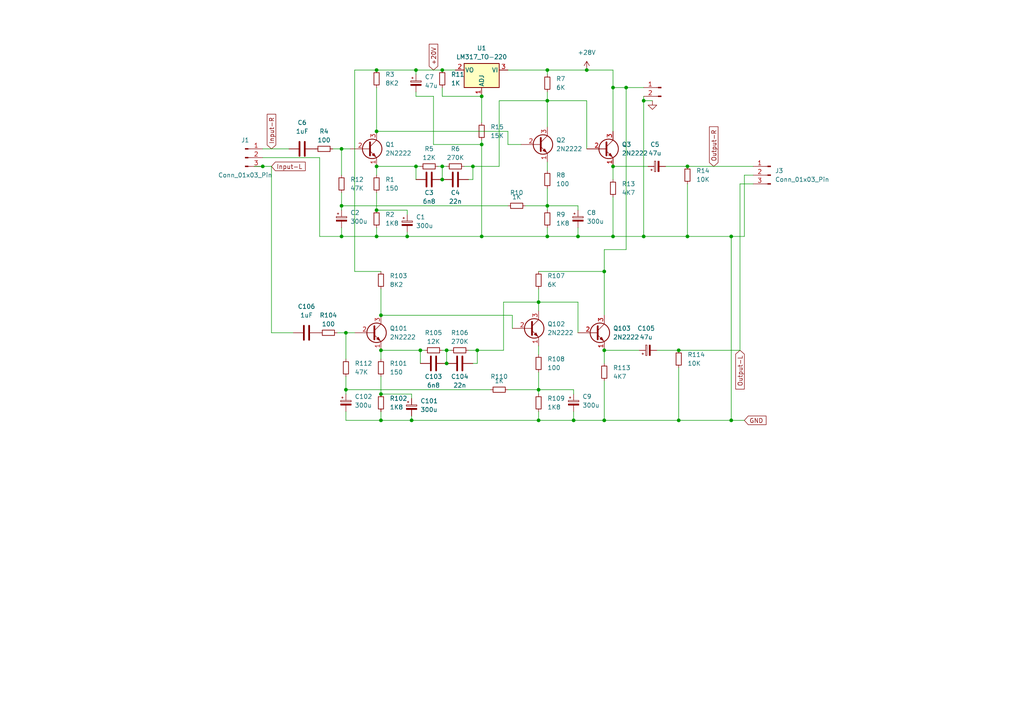
<source format=kicad_sch>
(kicad_sch (version 20230121) (generator eeschema)

  (uuid 9c738700-e560-4601-885e-1ce5dc197f9e)

  (paper "A4")

  (lib_symbols
    (symbol "Connector:Conn_01x02_Pin" (pin_names (offset 1.016) hide) (in_bom yes) (on_board yes)
      (property "Reference" "J" (at 0 2.54 0)
        (effects (font (size 1.27 1.27)))
      )
      (property "Value" "Conn_01x02_Pin" (at 0 -5.08 0)
        (effects (font (size 1.27 1.27)))
      )
      (property "Footprint" "" (at 0 0 0)
        (effects (font (size 1.27 1.27)) hide)
      )
      (property "Datasheet" "~" (at 0 0 0)
        (effects (font (size 1.27 1.27)) hide)
      )
      (property "ki_locked" "" (at 0 0 0)
        (effects (font (size 1.27 1.27)))
      )
      (property "ki_keywords" "connector" (at 0 0 0)
        (effects (font (size 1.27 1.27)) hide)
      )
      (property "ki_description" "Generic connector, single row, 01x02, script generated" (at 0 0 0)
        (effects (font (size 1.27 1.27)) hide)
      )
      (property "ki_fp_filters" "Connector*:*_1x??_*" (at 0 0 0)
        (effects (font (size 1.27 1.27)) hide)
      )
      (symbol "Conn_01x02_Pin_1_1"
        (polyline
          (pts
            (xy 1.27 -2.54)
            (xy 0.8636 -2.54)
          )
          (stroke (width 0.1524) (type default))
          (fill (type none))
        )
        (polyline
          (pts
            (xy 1.27 0)
            (xy 0.8636 0)
          )
          (stroke (width 0.1524) (type default))
          (fill (type none))
        )
        (rectangle (start 0.8636 -2.413) (end 0 -2.667)
          (stroke (width 0.1524) (type default))
          (fill (type outline))
        )
        (rectangle (start 0.8636 0.127) (end 0 -0.127)
          (stroke (width 0.1524) (type default))
          (fill (type outline))
        )
        (pin passive line (at 5.08 0 180) (length 3.81)
          (name "Pin_1" (effects (font (size 1.27 1.27))))
          (number "1" (effects (font (size 1.27 1.27))))
        )
        (pin passive line (at 5.08 -2.54 180) (length 3.81)
          (name "Pin_2" (effects (font (size 1.27 1.27))))
          (number "2" (effects (font (size 1.27 1.27))))
        )
      )
    )
    (symbol "Connector:Conn_01x03_Pin" (pin_names (offset 1.016) hide) (in_bom yes) (on_board yes)
      (property "Reference" "J" (at 0 5.08 0)
        (effects (font (size 1.27 1.27)))
      )
      (property "Value" "Conn_01x03_Pin" (at 0 -5.08 0)
        (effects (font (size 1.27 1.27)))
      )
      (property "Footprint" "" (at 0 0 0)
        (effects (font (size 1.27 1.27)) hide)
      )
      (property "Datasheet" "~" (at 0 0 0)
        (effects (font (size 1.27 1.27)) hide)
      )
      (property "ki_locked" "" (at 0 0 0)
        (effects (font (size 1.27 1.27)))
      )
      (property "ki_keywords" "connector" (at 0 0 0)
        (effects (font (size 1.27 1.27)) hide)
      )
      (property "ki_description" "Generic connector, single row, 01x03, script generated" (at 0 0 0)
        (effects (font (size 1.27 1.27)) hide)
      )
      (property "ki_fp_filters" "Connector*:*_1x??_*" (at 0 0 0)
        (effects (font (size 1.27 1.27)) hide)
      )
      (symbol "Conn_01x03_Pin_1_1"
        (polyline
          (pts
            (xy 1.27 -2.54)
            (xy 0.8636 -2.54)
          )
          (stroke (width 0.1524) (type default))
          (fill (type none))
        )
        (polyline
          (pts
            (xy 1.27 0)
            (xy 0.8636 0)
          )
          (stroke (width 0.1524) (type default))
          (fill (type none))
        )
        (polyline
          (pts
            (xy 1.27 2.54)
            (xy 0.8636 2.54)
          )
          (stroke (width 0.1524) (type default))
          (fill (type none))
        )
        (rectangle (start 0.8636 -2.413) (end 0 -2.667)
          (stroke (width 0.1524) (type default))
          (fill (type outline))
        )
        (rectangle (start 0.8636 0.127) (end 0 -0.127)
          (stroke (width 0.1524) (type default))
          (fill (type outline))
        )
        (rectangle (start 0.8636 2.667) (end 0 2.413)
          (stroke (width 0.1524) (type default))
          (fill (type outline))
        )
        (pin passive line (at 5.08 2.54 180) (length 3.81)
          (name "Pin_1" (effects (font (size 1.27 1.27))))
          (number "1" (effects (font (size 1.27 1.27))))
        )
        (pin passive line (at 5.08 0 180) (length 3.81)
          (name "Pin_2" (effects (font (size 1.27 1.27))))
          (number "2" (effects (font (size 1.27 1.27))))
        )
        (pin passive line (at 5.08 -2.54 180) (length 3.81)
          (name "Pin_3" (effects (font (size 1.27 1.27))))
          (number "3" (effects (font (size 1.27 1.27))))
        )
      )
    )
    (symbol "Device:C" (pin_numbers hide) (pin_names (offset 0.254)) (in_bom yes) (on_board yes)
      (property "Reference" "C" (at 0.635 2.54 0)
        (effects (font (size 1.27 1.27)) (justify left))
      )
      (property "Value" "C" (at 0.635 -2.54 0)
        (effects (font (size 1.27 1.27)) (justify left))
      )
      (property "Footprint" "" (at 0.9652 -3.81 0)
        (effects (font (size 1.27 1.27)) hide)
      )
      (property "Datasheet" "~" (at 0 0 0)
        (effects (font (size 1.27 1.27)) hide)
      )
      (property "ki_keywords" "cap capacitor" (at 0 0 0)
        (effects (font (size 1.27 1.27)) hide)
      )
      (property "ki_description" "Unpolarized capacitor" (at 0 0 0)
        (effects (font (size 1.27 1.27)) hide)
      )
      (property "ki_fp_filters" "C_*" (at 0 0 0)
        (effects (font (size 1.27 1.27)) hide)
      )
      (symbol "C_0_1"
        (polyline
          (pts
            (xy -2.032 -0.762)
            (xy 2.032 -0.762)
          )
          (stroke (width 0.508) (type default))
          (fill (type none))
        )
        (polyline
          (pts
            (xy -2.032 0.762)
            (xy 2.032 0.762)
          )
          (stroke (width 0.508) (type default))
          (fill (type none))
        )
      )
      (symbol "C_1_1"
        (pin passive line (at 0 3.81 270) (length 2.794)
          (name "~" (effects (font (size 1.27 1.27))))
          (number "1" (effects (font (size 1.27 1.27))))
        )
        (pin passive line (at 0 -3.81 90) (length 2.794)
          (name "~" (effects (font (size 1.27 1.27))))
          (number "2" (effects (font (size 1.27 1.27))))
        )
      )
    )
    (symbol "Device:C_Polarized_Small" (pin_numbers hide) (pin_names (offset 0.254) hide) (in_bom yes) (on_board yes)
      (property "Reference" "C" (at 0.254 1.778 0)
        (effects (font (size 1.27 1.27)) (justify left))
      )
      (property "Value" "C_Polarized_Small" (at 0.254 -2.032 0)
        (effects (font (size 1.27 1.27)) (justify left))
      )
      (property "Footprint" "" (at 0 0 0)
        (effects (font (size 1.27 1.27)) hide)
      )
      (property "Datasheet" "~" (at 0 0 0)
        (effects (font (size 1.27 1.27)) hide)
      )
      (property "ki_keywords" "cap capacitor" (at 0 0 0)
        (effects (font (size 1.27 1.27)) hide)
      )
      (property "ki_description" "Polarized capacitor, small symbol" (at 0 0 0)
        (effects (font (size 1.27 1.27)) hide)
      )
      (property "ki_fp_filters" "CP_*" (at 0 0 0)
        (effects (font (size 1.27 1.27)) hide)
      )
      (symbol "C_Polarized_Small_0_1"
        (rectangle (start -1.524 -0.3048) (end 1.524 -0.6858)
          (stroke (width 0) (type default))
          (fill (type outline))
        )
        (rectangle (start -1.524 0.6858) (end 1.524 0.3048)
          (stroke (width 0) (type default))
          (fill (type none))
        )
        (polyline
          (pts
            (xy -1.27 1.524)
            (xy -0.762 1.524)
          )
          (stroke (width 0) (type default))
          (fill (type none))
        )
        (polyline
          (pts
            (xy -1.016 1.27)
            (xy -1.016 1.778)
          )
          (stroke (width 0) (type default))
          (fill (type none))
        )
      )
      (symbol "C_Polarized_Small_1_1"
        (pin passive line (at 0 2.54 270) (length 1.8542)
          (name "~" (effects (font (size 1.27 1.27))))
          (number "1" (effects (font (size 1.27 1.27))))
        )
        (pin passive line (at 0 -2.54 90) (length 1.8542)
          (name "~" (effects (font (size 1.27 1.27))))
          (number "2" (effects (font (size 1.27 1.27))))
        )
      )
    )
    (symbol "Device:R_Small" (pin_numbers hide) (pin_names (offset 0.254) hide) (in_bom yes) (on_board yes)
      (property "Reference" "R" (at 0.762 0.508 0)
        (effects (font (size 1.27 1.27)) (justify left))
      )
      (property "Value" "R_Small" (at 0.762 -1.016 0)
        (effects (font (size 1.27 1.27)) (justify left))
      )
      (property "Footprint" "" (at 0 0 0)
        (effects (font (size 1.27 1.27)) hide)
      )
      (property "Datasheet" "~" (at 0 0 0)
        (effects (font (size 1.27 1.27)) hide)
      )
      (property "ki_keywords" "R resistor" (at 0 0 0)
        (effects (font (size 1.27 1.27)) hide)
      )
      (property "ki_description" "Resistor, small symbol" (at 0 0 0)
        (effects (font (size 1.27 1.27)) hide)
      )
      (property "ki_fp_filters" "R_*" (at 0 0 0)
        (effects (font (size 1.27 1.27)) hide)
      )
      (symbol "R_Small_0_1"
        (rectangle (start -0.762 1.778) (end 0.762 -1.778)
          (stroke (width 0.2032) (type default))
          (fill (type none))
        )
      )
      (symbol "R_Small_1_1"
        (pin passive line (at 0 2.54 270) (length 0.762)
          (name "~" (effects (font (size 1.27 1.27))))
          (number "1" (effects (font (size 1.27 1.27))))
        )
        (pin passive line (at 0 -2.54 90) (length 0.762)
          (name "~" (effects (font (size 1.27 1.27))))
          (number "2" (effects (font (size 1.27 1.27))))
        )
      )
    )
    (symbol "Regulator_Linear:LM317_TO-220" (pin_names (offset 0.254)) (in_bom yes) (on_board yes)
      (property "Reference" "U" (at -3.81 3.175 0)
        (effects (font (size 1.27 1.27)))
      )
      (property "Value" "LM317_TO-220" (at 0 3.175 0)
        (effects (font (size 1.27 1.27)) (justify left))
      )
      (property "Footprint" "Package_TO_SOT_THT:TO-220-3_Vertical" (at 0 6.35 0)
        (effects (font (size 1.27 1.27) italic) hide)
      )
      (property "Datasheet" "http://www.ti.com/lit/ds/symlink/lm317.pdf" (at 0 0 0)
        (effects (font (size 1.27 1.27)) hide)
      )
      (property "ki_keywords" "Adjustable Voltage Regulator 1A Positive" (at 0 0 0)
        (effects (font (size 1.27 1.27)) hide)
      )
      (property "ki_description" "1.5A 35V Adjustable Linear Regulator, TO-220" (at 0 0 0)
        (effects (font (size 1.27 1.27)) hide)
      )
      (property "ki_fp_filters" "TO?220*" (at 0 0 0)
        (effects (font (size 1.27 1.27)) hide)
      )
      (symbol "LM317_TO-220_0_1"
        (rectangle (start -5.08 1.905) (end 5.08 -5.08)
          (stroke (width 0.254) (type default))
          (fill (type background))
        )
      )
      (symbol "LM317_TO-220_1_1"
        (pin input line (at 0 -7.62 90) (length 2.54)
          (name "ADJ" (effects (font (size 1.27 1.27))))
          (number "1" (effects (font (size 1.27 1.27))))
        )
        (pin power_out line (at 7.62 0 180) (length 2.54)
          (name "VO" (effects (font (size 1.27 1.27))))
          (number "2" (effects (font (size 1.27 1.27))))
        )
        (pin power_in line (at -7.62 0 0) (length 2.54)
          (name "VI" (effects (font (size 1.27 1.27))))
          (number "3" (effects (font (size 1.27 1.27))))
        )
      )
    )
    (symbol "Transistor_BJT:2N2219" (pin_names (offset 0) hide) (in_bom yes) (on_board yes)
      (property "Reference" "Q" (at 5.08 1.905 0)
        (effects (font (size 1.27 1.27)) (justify left))
      )
      (property "Value" "2N2219" (at 5.08 0 0)
        (effects (font (size 1.27 1.27)) (justify left))
      )
      (property "Footprint" "Package_TO_SOT_THT:TO-39-3" (at 5.08 -1.905 0)
        (effects (font (size 1.27 1.27) italic) (justify left) hide)
      )
      (property "Datasheet" "http://www.onsemi.com/pub_link/Collateral/2N2219-D.PDF" (at 0 0 0)
        (effects (font (size 1.27 1.27)) (justify left) hide)
      )
      (property "ki_keywords" "NPN Transistor" (at 0 0 0)
        (effects (font (size 1.27 1.27)) hide)
      )
      (property "ki_description" "800mA Ic, 50V Vce, NPN Transistor, TO-39" (at 0 0 0)
        (effects (font (size 1.27 1.27)) hide)
      )
      (property "ki_fp_filters" "TO?39*" (at 0 0 0)
        (effects (font (size 1.27 1.27)) hide)
      )
      (symbol "2N2219_0_1"
        (polyline
          (pts
            (xy 0.635 0.635)
            (xy 2.54 2.54)
          )
          (stroke (width 0) (type default))
          (fill (type none))
        )
        (polyline
          (pts
            (xy 0.635 -0.635)
            (xy 2.54 -2.54)
            (xy 2.54 -2.54)
          )
          (stroke (width 0) (type default))
          (fill (type none))
        )
        (polyline
          (pts
            (xy 0.635 1.905)
            (xy 0.635 -1.905)
            (xy 0.635 -1.905)
          )
          (stroke (width 0.508) (type default))
          (fill (type none))
        )
        (polyline
          (pts
            (xy 1.27 -1.778)
            (xy 1.778 -1.27)
            (xy 2.286 -2.286)
            (xy 1.27 -1.778)
            (xy 1.27 -1.778)
          )
          (stroke (width 0) (type default))
          (fill (type outline))
        )
        (circle (center 1.27 0) (radius 2.8194)
          (stroke (width 0.254) (type default))
          (fill (type none))
        )
      )
      (symbol "2N2219_1_1"
        (pin passive line (at 2.54 -5.08 90) (length 2.54)
          (name "E" (effects (font (size 1.27 1.27))))
          (number "1" (effects (font (size 1.27 1.27))))
        )
        (pin passive line (at -5.08 0 0) (length 5.715)
          (name "B" (effects (font (size 1.27 1.27))))
          (number "2" (effects (font (size 1.27 1.27))))
        )
        (pin passive line (at 2.54 5.08 270) (length 2.54)
          (name "C" (effects (font (size 1.27 1.27))))
          (number "3" (effects (font (size 1.27 1.27))))
        )
      )
    )
    (symbol "power:+28V" (power) (pin_names (offset 0)) (in_bom yes) (on_board yes)
      (property "Reference" "#PWR" (at 0 -3.81 0)
        (effects (font (size 1.27 1.27)) hide)
      )
      (property "Value" "+28V" (at 0 3.81 0)
        (effects (font (size 1.27 1.27)))
      )
      (property "Footprint" "" (at 6.35 1.27 0)
        (effects (font (size 1.27 1.27)) hide)
      )
      (property "Datasheet" "" (at 6.35 1.27 0)
        (effects (font (size 1.27 1.27)) hide)
      )
      (property "ki_keywords" "global power" (at 0 0 0)
        (effects (font (size 1.27 1.27)) hide)
      )
      (property "ki_description" "Power symbol creates a global label with name \"+28V\"" (at 0 0 0)
        (effects (font (size 1.27 1.27)) hide)
      )
      (symbol "+28V_0_1"
        (polyline
          (pts
            (xy -0.762 1.27)
            (xy 0 2.54)
          )
          (stroke (width 0) (type default))
          (fill (type none))
        )
        (polyline
          (pts
            (xy 0 0)
            (xy 0 2.54)
          )
          (stroke (width 0) (type default))
          (fill (type none))
        )
        (polyline
          (pts
            (xy 0 2.54)
            (xy 0.762 1.27)
          )
          (stroke (width 0) (type default))
          (fill (type none))
        )
      )
      (symbol "+28V_1_1"
        (pin power_in line (at 0 0 90) (length 0) hide
          (name "+28V" (effects (font (size 1.27 1.27))))
          (number "1" (effects (font (size 1.27 1.27))))
        )
      )
    )
    (symbol "power:GND" (power) (pin_names (offset 0)) (in_bom yes) (on_board yes)
      (property "Reference" "#PWR" (at 0 -6.35 0)
        (effects (font (size 1.27 1.27)) hide)
      )
      (property "Value" "GND" (at 0 -3.81 0)
        (effects (font (size 1.27 1.27)))
      )
      (property "Footprint" "" (at 0 0 0)
        (effects (font (size 1.27 1.27)) hide)
      )
      (property "Datasheet" "" (at 0 0 0)
        (effects (font (size 1.27 1.27)) hide)
      )
      (property "ki_keywords" "global power" (at 0 0 0)
        (effects (font (size 1.27 1.27)) hide)
      )
      (property "ki_description" "Power symbol creates a global label with name \"GND\" , ground" (at 0 0 0)
        (effects (font (size 1.27 1.27)) hide)
      )
      (symbol "GND_0_1"
        (polyline
          (pts
            (xy 0 0)
            (xy 0 -1.27)
            (xy 1.27 -1.27)
            (xy 0 -2.54)
            (xy -1.27 -1.27)
            (xy 0 -1.27)
          )
          (stroke (width 0) (type default))
          (fill (type none))
        )
      )
      (symbol "GND_1_1"
        (pin power_in line (at 0 0 270) (length 0) hide
          (name "GND" (effects (font (size 1.27 1.27))))
          (number "1" (effects (font (size 1.27 1.27))))
        )
      )
    )
  )

  (junction (at 109.22 48.26) (diameter 0) (color 0 0 0 0)
    (uuid 0917b026-45eb-4f07-adf9-cdb6b151b854)
  )
  (junction (at 121.92 101.6) (diameter 0) (color 0 0 0 0)
    (uuid 098b2bd7-a842-4473-94f2-f6e9d5d9947f)
  )
  (junction (at 212.09 68.58) (diameter 0) (color 0 0 0 0)
    (uuid 09ff8573-2af5-4676-9507-1c6a0e726721)
  )
  (junction (at 128.27 52.07) (diameter 0) (color 0 0 0 0)
    (uuid 0e258f83-a44b-4dca-abbf-b5e20f1444b8)
  )
  (junction (at 128.27 20.32) (diameter 0) (color 0 0 0 0)
    (uuid 21f56dba-6f26-47d1-ac36-dd394795898c)
  )
  (junction (at 186.69 68.58) (diameter 0) (color 0 0 0 0)
    (uuid 2a110ce9-885f-4005-8ecd-428bdd609c51)
  )
  (junction (at 177.8 68.58) (diameter 0) (color 0 0 0 0)
    (uuid 44511564-a50f-4c69-a593-107a7665b1d7)
  )
  (junction (at 199.39 68.58) (diameter 0) (color 0 0 0 0)
    (uuid 4840add7-95b9-44cb-aa78-3be489049e9c)
  )
  (junction (at 175.26 101.6) (diameter 0) (color 0 0 0 0)
    (uuid 49f08673-a742-4082-8c10-6b98459ad318)
  )
  (junction (at 158.75 20.32) (diameter 0) (color 0 0 0 0)
    (uuid 4ce47101-b820-4e28-ae15-4a8396ef2a24)
  )
  (junction (at 156.21 87.63) (diameter 0) (color 0 0 0 0)
    (uuid 4ef8e4fb-1a87-4e93-bd51-4d535b5861b1)
  )
  (junction (at 99.06 68.58) (diameter 0) (color 0 0 0 0)
    (uuid 4f30afef-e325-4d5b-b699-bcadd7e58451)
  )
  (junction (at 177.8 25.4) (diameter 0) (color 0 0 0 0)
    (uuid 501da6e6-5d3a-4674-8f69-3c6773e452b9)
  )
  (junction (at 139.7 41.91) (diameter 0) (color 0 0 0 0)
    (uuid 518b1997-b0c6-4d30-8afc-5bccfe54371c)
  )
  (junction (at 99.06 43.18) (diameter 0) (color 0 0 0 0)
    (uuid 52e0114c-b292-4b70-ba3d-ab6d07c06167)
  )
  (junction (at 156.21 113.03) (diameter 0) (color 0 0 0 0)
    (uuid 57b0c166-bcc9-4006-a16b-540fd1dd7b72)
  )
  (junction (at 109.22 20.32) (diameter 0) (color 0 0 0 0)
    (uuid 5ca4c24c-dff1-40b3-af8b-d62b6f0e25a1)
  )
  (junction (at 110.49 91.44) (diameter 0) (color 0 0 0 0)
    (uuid 5f93d695-d6c6-44d4-9113-fddcfe3c2f72)
  )
  (junction (at 158.75 68.58) (diameter 0) (color 0 0 0 0)
    (uuid 60112c02-fec2-4a01-a94a-e165c4630ff8)
  )
  (junction (at 76.2 48.26) (diameter 0) (color 0 0 0 0)
    (uuid 69f844e7-97ec-4d5a-82ca-4437650f4cac)
  )
  (junction (at 138.43 101.6) (diameter 0) (color 0 0 0 0)
    (uuid 78671e60-92ce-4a17-a2f7-b84aaac21212)
  )
  (junction (at 118.11 68.58) (diameter 0) (color 0 0 0 0)
    (uuid 7a3e6baa-a717-47cf-984f-f563ff33dd44)
  )
  (junction (at 170.18 20.32) (diameter 0) (color 0 0 0 0)
    (uuid 7bd1c708-5d2d-45da-b7cf-27b8db098da7)
  )
  (junction (at 120.65 48.26) (diameter 0) (color 0 0 0 0)
    (uuid 7caf49e8-2623-4b3b-bc5c-e34804cbdac7)
  )
  (junction (at 109.22 38.1) (diameter 0) (color 0 0 0 0)
    (uuid 7d39d68e-1d58-4200-b498-d758ee3e50be)
  )
  (junction (at 181.61 25.4) (diameter 0) (color 0 0 0 0)
    (uuid 811aed2e-2ac3-4d91-9beb-b382f61feb1e)
  )
  (junction (at 139.7 27.94) (diameter 0) (color 0 0 0 0)
    (uuid 885d1419-4642-46ea-a5a1-313c0e61dfba)
  )
  (junction (at 158.75 59.69) (diameter 0) (color 0 0 0 0)
    (uuid 96488fe9-9364-4c31-a5c0-8e7e4d6d7f5a)
  )
  (junction (at 167.64 68.58) (diameter 0) (color 0 0 0 0)
    (uuid 978f736f-84a0-4e24-a0ea-90d493cbdee6)
  )
  (junction (at 166.37 121.92) (diameter 0) (color 0 0 0 0)
    (uuid 9abc58ec-2de0-4e92-be08-647a12e8302e)
  )
  (junction (at 177.8 48.26) (diameter 0) (color 0 0 0 0)
    (uuid 9b425a74-a5ad-4d52-90fc-66d061ba8fe3)
  )
  (junction (at 110.49 121.92) (diameter 0) (color 0 0 0 0)
    (uuid 9eace731-3eb2-4a67-a333-e30000bd0da9)
  )
  (junction (at 139.7 68.58) (diameter 0) (color 0 0 0 0)
    (uuid a0f34433-f908-4d17-9226-04bf9edb7646)
  )
  (junction (at 110.49 114.3) (diameter 0) (color 0 0 0 0)
    (uuid a346d8d0-96f6-4f6e-98d9-a22babf49d36)
  )
  (junction (at 212.09 121.92) (diameter 0) (color 0 0 0 0)
    (uuid aa57ddcf-492b-4cec-bd91-5ba1f39dad14)
  )
  (junction (at 199.39 48.26) (diameter 0) (color 0 0 0 0)
    (uuid ad5cdc13-6eb8-4197-842a-ed4f94f28d88)
  )
  (junction (at 129.54 105.41) (diameter 0) (color 0 0 0 0)
    (uuid b76a4602-98e6-4ff7-aba2-dd2f673902a7)
  )
  (junction (at 196.85 101.6) (diameter 0) (color 0 0 0 0)
    (uuid b7f37821-d59d-41d7-91c4-1f918f270400)
  )
  (junction (at 109.22 60.96) (diameter 0) (color 0 0 0 0)
    (uuid bc1df741-056b-4589-bd38-3372389836d4)
  )
  (junction (at 129.54 101.6) (diameter 0) (color 0 0 0 0)
    (uuid c0b3f00f-22b3-4735-9712-20867785e86e)
  )
  (junction (at 99.06 59.69) (diameter 0) (color 0 0 0 0)
    (uuid c3755ce3-6112-44ee-9667-30a798069c07)
  )
  (junction (at 175.26 121.92) (diameter 0) (color 0 0 0 0)
    (uuid caba19f9-b6d2-4913-a93d-4f51ecdf074a)
  )
  (junction (at 196.85 121.92) (diameter 0) (color 0 0 0 0)
    (uuid cb20f468-2c64-4b79-82c2-061821706e72)
  )
  (junction (at 110.49 101.6) (diameter 0) (color 0 0 0 0)
    (uuid cd112677-e6df-4a3e-b38d-5e57402c07ee)
  )
  (junction (at 100.33 96.52) (diameter 0) (color 0 0 0 0)
    (uuid cf2c9bd8-eb89-45de-97f1-f396c7d85984)
  )
  (junction (at 128.27 48.26) (diameter 0) (color 0 0 0 0)
    (uuid d0c86bba-7f04-4320-94d3-031345433ad4)
  )
  (junction (at 109.22 68.58) (diameter 0) (color 0 0 0 0)
    (uuid d5b14eb1-0429-4d45-a883-92f424c42e74)
  )
  (junction (at 137.16 48.26) (diameter 0) (color 0 0 0 0)
    (uuid da1dc653-9603-4b2c-a313-598bec1e600f)
  )
  (junction (at 156.21 121.92) (diameter 0) (color 0 0 0 0)
    (uuid df6e2bd9-4fb4-4854-b246-12d5d6de42db)
  )
  (junction (at 175.26 78.74) (diameter 0) (color 0 0 0 0)
    (uuid e03773e4-8dd4-4112-a368-8ba89fdcc7aa)
  )
  (junction (at 119.38 121.92) (diameter 0) (color 0 0 0 0)
    (uuid e1112937-0061-4268-9b1e-eaabc2d8d70a)
  )
  (junction (at 158.75 29.21) (diameter 0) (color 0 0 0 0)
    (uuid ebf98ad1-7886-4b64-ac92-9dda5dd0822d)
  )
  (junction (at 186.69 29.21) (diameter 0) (color 0 0 0 0)
    (uuid f0a0247e-9a4b-4593-893e-d077d5a333a2)
  )
  (junction (at 100.33 113.03) (diameter 0) (color 0 0 0 0)
    (uuid f0a571e5-5b63-4312-8298-86b0fe4f8981)
  )
  (junction (at 120.65 20.32) (diameter 0) (color 0 0 0 0)
    (uuid f4190afb-2568-4707-859d-6bca76f6930f)
  )

  (wire (pts (xy 121.92 101.6) (xy 123.19 101.6))
    (stroke (width 0) (type default))
    (uuid 01737aab-7d72-4c63-8d9d-166c6f392c44)
  )
  (wire (pts (xy 156.21 83.82) (xy 156.21 87.63))
    (stroke (width 0) (type default))
    (uuid 02dd3e69-99b8-43d0-8473-8aedb5797c69)
  )
  (wire (pts (xy 128.27 27.94) (xy 139.7 27.94))
    (stroke (width 0) (type default))
    (uuid 03169c66-a891-4ae8-8852-a87613c9aa8d)
  )
  (wire (pts (xy 177.8 20.32) (xy 177.8 25.4))
    (stroke (width 0) (type default))
    (uuid 06649dc1-a81d-45cb-894b-616cb410cceb)
  )
  (wire (pts (xy 120.65 27.94) (xy 120.65 26.67))
    (stroke (width 0) (type default))
    (uuid 091b9797-3d16-4cd5-98e5-daa1d9fcdc4d)
  )
  (wire (pts (xy 109.22 48.26) (xy 109.22 50.8))
    (stroke (width 0) (type default))
    (uuid 09e03b83-b29d-432b-97e0-75259ba8db1d)
  )
  (wire (pts (xy 158.75 20.32) (xy 170.18 20.32))
    (stroke (width 0) (type default))
    (uuid 0b26fb76-e1b1-451d-9e9c-1cd097da4275)
  )
  (wire (pts (xy 148.59 95.25) (xy 148.59 91.44))
    (stroke (width 0) (type default))
    (uuid 0cde6c03-8392-4ec6-a1c7-75ea13006569)
  )
  (wire (pts (xy 110.49 101.6) (xy 121.92 101.6))
    (stroke (width 0) (type default))
    (uuid 0d4e771b-ccea-4ed7-a61a-e9492fc4b095)
  )
  (wire (pts (xy 214.63 53.34) (xy 218.44 53.34))
    (stroke (width 0) (type default))
    (uuid 11a71f7c-847e-48d6-87aa-aeccdb170268)
  )
  (wire (pts (xy 167.64 66.04) (xy 167.64 68.58))
    (stroke (width 0) (type default))
    (uuid 1215c7db-5e65-45b6-bc07-7130fa64a157)
  )
  (wire (pts (xy 156.21 107.95) (xy 156.21 113.03))
    (stroke (width 0) (type default))
    (uuid 129c23cb-0ac3-4b29-b335-4d62b3907413)
  )
  (wire (pts (xy 196.85 106.68) (xy 196.85 121.92))
    (stroke (width 0) (type default))
    (uuid 14a46a04-8293-423c-998e-eeb7a62cfede)
  )
  (wire (pts (xy 167.64 68.58) (xy 177.8 68.58))
    (stroke (width 0) (type default))
    (uuid 14f543ae-9111-4cc8-a381-eb614b17c915)
  )
  (wire (pts (xy 186.69 68.58) (xy 199.39 68.58))
    (stroke (width 0) (type default))
    (uuid 171d50d8-bbd8-4409-aff8-27a5e87c440a)
  )
  (wire (pts (xy 156.21 121.92) (xy 166.37 121.92))
    (stroke (width 0) (type default))
    (uuid 176efbbc-2730-4e32-b726-00ba10372df8)
  )
  (wire (pts (xy 177.8 48.26) (xy 187.96 48.26))
    (stroke (width 0) (type default))
    (uuid 1d0d6fed-07f6-485b-a83b-3c1644e98c27)
  )
  (wire (pts (xy 167.64 60.96) (xy 167.64 59.69))
    (stroke (width 0) (type default))
    (uuid 22ec9b77-a496-4180-8898-856b9dbd0a51)
  )
  (wire (pts (xy 137.16 48.26) (xy 144.78 48.26))
    (stroke (width 0) (type default))
    (uuid 23004404-cf22-46b6-85d8-115ac2fb0fd2)
  )
  (wire (pts (xy 166.37 114.3) (xy 166.37 113.03))
    (stroke (width 0) (type default))
    (uuid 2466c8a1-e458-42c6-8bf3-322bcba6680e)
  )
  (wire (pts (xy 109.22 68.58) (xy 118.11 68.58))
    (stroke (width 0) (type default))
    (uuid 25964604-c31c-4416-b1b3-44e12f608e3d)
  )
  (wire (pts (xy 118.11 67.31) (xy 118.11 68.58))
    (stroke (width 0) (type default))
    (uuid 25d08999-9732-4971-b093-d4643b5dae99)
  )
  (wire (pts (xy 138.43 101.6) (xy 146.05 101.6))
    (stroke (width 0) (type default))
    (uuid 2686a068-044c-40ea-b671-8b9e3f87d5f8)
  )
  (wire (pts (xy 170.18 29.21) (xy 170.18 43.18))
    (stroke (width 0) (type default))
    (uuid 26ada598-479b-43bf-8b80-f7c19ca19a07)
  )
  (wire (pts (xy 158.75 59.69) (xy 158.75 60.96))
    (stroke (width 0) (type default))
    (uuid 2a3ff1c0-4602-4e69-bd7a-4b0ef1b2f020)
  )
  (wire (pts (xy 119.38 114.3) (xy 119.38 115.57))
    (stroke (width 0) (type default))
    (uuid 2c13468d-89e0-44e3-9e88-82c83ac175a6)
  )
  (wire (pts (xy 177.8 57.15) (xy 177.8 68.58))
    (stroke (width 0) (type default))
    (uuid 2cec8813-55ee-4ad3-8653-41f36690d69d)
  )
  (wire (pts (xy 186.69 29.21) (xy 189.23 29.21))
    (stroke (width 0) (type default))
    (uuid 2eefebdf-f7a7-475f-bc30-679b3a3a050c)
  )
  (wire (pts (xy 110.49 121.92) (xy 119.38 121.92))
    (stroke (width 0) (type default))
    (uuid 30e68d99-56e9-4208-91a9-1b9fb48cd9b0)
  )
  (wire (pts (xy 156.21 119.38) (xy 156.21 121.92))
    (stroke (width 0) (type default))
    (uuid 32fd6edf-2bb5-4da5-930e-ee112014a760)
  )
  (wire (pts (xy 158.75 29.21) (xy 158.75 36.83))
    (stroke (width 0) (type default))
    (uuid 32fe852d-f5a2-4a1c-b47a-45c9badec65a)
  )
  (wire (pts (xy 92.71 68.58) (xy 99.06 68.58))
    (stroke (width 0) (type default))
    (uuid 3337f157-f248-4fe9-96f8-69b2050623fb)
  )
  (wire (pts (xy 138.43 105.41) (xy 138.43 101.6))
    (stroke (width 0) (type default))
    (uuid 343dfd83-147d-45b0-8779-6a8022d986c0)
  )
  (wire (pts (xy 110.49 119.38) (xy 110.49 121.92))
    (stroke (width 0) (type default))
    (uuid 35ff1a5a-15ca-4917-9a53-af3fe01ba19f)
  )
  (wire (pts (xy 212.09 121.92) (xy 215.9 121.92))
    (stroke (width 0) (type default))
    (uuid 3b66eeb8-da1a-4d9e-a59f-031f9eb037f9)
  )
  (wire (pts (xy 158.75 66.04) (xy 158.75 68.58))
    (stroke (width 0) (type default))
    (uuid 3c955d0d-2655-4d02-bdc7-52980f1241c9)
  )
  (wire (pts (xy 119.38 114.3) (xy 110.49 114.3))
    (stroke (width 0) (type default))
    (uuid 3de791bb-8342-4e31-9331-764630904a9b)
  )
  (wire (pts (xy 118.11 60.96) (xy 109.22 60.96))
    (stroke (width 0) (type default))
    (uuid 3f008029-74af-43bf-8668-e20b072b84c2)
  )
  (wire (pts (xy 109.22 25.4) (xy 109.22 38.1))
    (stroke (width 0) (type default))
    (uuid 4013f27e-4e27-49fa-a58d-c7b4ffbf223f)
  )
  (wire (pts (xy 156.21 113.03) (xy 156.21 114.3))
    (stroke (width 0) (type default))
    (uuid 4091ba6d-1763-412c-943c-2801b6309d87)
  )
  (wire (pts (xy 186.69 27.94) (xy 186.69 29.21))
    (stroke (width 0) (type default))
    (uuid 422129ad-f48c-44ca-904f-874b8fbe0813)
  )
  (wire (pts (xy 102.87 20.32) (xy 102.87 78.74))
    (stroke (width 0) (type default))
    (uuid 43100fbf-dda6-42eb-984a-ed76dee61544)
  )
  (wire (pts (xy 175.26 78.74) (xy 175.26 91.44))
    (stroke (width 0) (type default))
    (uuid 43bdfff7-fb0f-4d8e-af42-2ad954b441c6)
  )
  (wire (pts (xy 76.2 43.18) (xy 83.82 43.18))
    (stroke (width 0) (type default))
    (uuid 453a480d-631c-4728-bbe7-972584bcf486)
  )
  (wire (pts (xy 158.75 29.21) (xy 170.18 29.21))
    (stroke (width 0) (type default))
    (uuid 468510cc-4498-45eb-b608-7f89728a9946)
  )
  (wire (pts (xy 99.06 59.69) (xy 147.32 59.69))
    (stroke (width 0) (type default))
    (uuid 46af4a73-5e6a-4e9c-99dd-3334d7595150)
  )
  (wire (pts (xy 99.06 68.58) (xy 109.22 68.58))
    (stroke (width 0) (type default))
    (uuid 47571b45-ddc7-4330-819b-8e32273c8c2d)
  )
  (wire (pts (xy 137.16 52.07) (xy 137.16 48.26))
    (stroke (width 0) (type default))
    (uuid 4bde1a7c-b0cf-4974-b5e2-81f08cd34bf5)
  )
  (wire (pts (xy 167.64 87.63) (xy 156.21 87.63))
    (stroke (width 0) (type default))
    (uuid 504d0567-b2af-484d-8478-591d3ee90d14)
  )
  (wire (pts (xy 109.22 48.26) (xy 120.65 48.26))
    (stroke (width 0) (type default))
    (uuid 5146b50d-144b-4c40-8c7f-ae304980c3c1)
  )
  (wire (pts (xy 177.8 25.4) (xy 177.8 38.1))
    (stroke (width 0) (type default))
    (uuid 517ddda5-0f60-4fd4-ad23-33ae80b0f4d8)
  )
  (wire (pts (xy 212.09 68.58) (xy 215.9 68.58))
    (stroke (width 0) (type default))
    (uuid 53452578-97de-4d26-9c5f-8e9b38881cc6)
  )
  (wire (pts (xy 156.21 78.74) (xy 175.26 78.74))
    (stroke (width 0) (type default))
    (uuid 539a979a-d4ac-4938-a838-abcc93abdde9)
  )
  (wire (pts (xy 212.09 68.58) (xy 212.09 121.92))
    (stroke (width 0) (type default))
    (uuid 54b0d4de-a89c-42b1-b9fd-9a76a53fd275)
  )
  (wire (pts (xy 158.75 20.32) (xy 158.75 21.59))
    (stroke (width 0) (type default))
    (uuid 58a16d09-13ba-4677-817b-4e9ab0e9f619)
  )
  (wire (pts (xy 175.26 110.49) (xy 175.26 121.92))
    (stroke (width 0) (type default))
    (uuid 59fbb6a4-2a86-4ad6-8b90-94ed31fc3d47)
  )
  (wire (pts (xy 120.65 20.32) (xy 120.65 21.59))
    (stroke (width 0) (type default))
    (uuid 5f09818a-d820-4864-8a2d-12e8ce8b213a)
  )
  (wire (pts (xy 76.2 48.26) (xy 78.74 48.26))
    (stroke (width 0) (type default))
    (uuid 5f422d93-edb4-4645-9e8e-7b5219fc1bfb)
  )
  (wire (pts (xy 167.64 96.52) (xy 167.64 87.63))
    (stroke (width 0) (type default))
    (uuid 5f6b0d65-8bb5-49b4-875e-de4fc4f73db5)
  )
  (wire (pts (xy 147.32 41.91) (xy 151.13 41.91))
    (stroke (width 0) (type default))
    (uuid 62d7e8f6-31ba-4414-9890-148704ed204d)
  )
  (wire (pts (xy 139.7 68.58) (xy 158.75 68.58))
    (stroke (width 0) (type default))
    (uuid 62f17a96-5d8d-4bd5-910e-eca113f94ff1)
  )
  (wire (pts (xy 128.27 25.4) (xy 128.27 27.94))
    (stroke (width 0) (type default))
    (uuid 62f2b671-9f03-4217-a2b7-37f11ea1dfad)
  )
  (wire (pts (xy 128.27 20.32) (xy 132.08 20.32))
    (stroke (width 0) (type default))
    (uuid 69b73e85-dac8-4a54-af69-032c44bc26cc)
  )
  (wire (pts (xy 199.39 48.26) (xy 218.44 48.26))
    (stroke (width 0) (type default))
    (uuid 69e7ef77-01f5-446a-9656-a1b47e4623fe)
  )
  (wire (pts (xy 129.54 101.6) (xy 129.54 105.41))
    (stroke (width 0) (type default))
    (uuid 6f657caf-fc58-43b4-b1d7-a208c8f20677)
  )
  (wire (pts (xy 137.16 105.41) (xy 138.43 105.41))
    (stroke (width 0) (type default))
    (uuid 70a77c61-d42c-48d0-a294-7b8b4bd53221)
  )
  (wire (pts (xy 146.05 87.63) (xy 146.05 101.6))
    (stroke (width 0) (type default))
    (uuid 730b73dc-2436-4f0f-b84f-779efedb6ba4)
  )
  (wire (pts (xy 128.27 48.26) (xy 128.27 52.07))
    (stroke (width 0) (type default))
    (uuid 7421cc82-a48b-4c27-bc69-04a1bd7ead25)
  )
  (wire (pts (xy 166.37 113.03) (xy 156.21 113.03))
    (stroke (width 0) (type default))
    (uuid 7689e3a3-b036-4d1d-b94f-a7b76a524006)
  )
  (wire (pts (xy 218.44 50.8) (xy 215.9 50.8))
    (stroke (width 0) (type default))
    (uuid 7916d9d0-6601-4e5c-ad9a-334fe1626a05)
  )
  (wire (pts (xy 147.32 41.91) (xy 147.32 38.1))
    (stroke (width 0) (type default))
    (uuid 7be9215b-9dcb-4295-8d7e-9689635d76c0)
  )
  (wire (pts (xy 76.2 45.72) (xy 92.71 45.72))
    (stroke (width 0) (type default))
    (uuid 7d1a25c0-bbdf-4643-bb28-250cfbd5420c)
  )
  (wire (pts (xy 177.8 68.58) (xy 186.69 68.58))
    (stroke (width 0) (type default))
    (uuid 86fc7cc9-6c44-4738-89de-1c4395e02c15)
  )
  (wire (pts (xy 100.33 96.52) (xy 100.33 104.14))
    (stroke (width 0) (type default))
    (uuid 8ce4495d-6ade-42ba-98c9-deb521604f17)
  )
  (wire (pts (xy 78.74 96.52) (xy 85.09 96.52))
    (stroke (width 0) (type default))
    (uuid 8dcad943-ce68-4066-9e5e-6653f4736df1)
  )
  (wire (pts (xy 135.89 52.07) (xy 137.16 52.07))
    (stroke (width 0) (type default))
    (uuid 8e3584b7-d391-4825-9234-5abb22dc6ffb)
  )
  (wire (pts (xy 147.32 20.32) (xy 158.75 20.32))
    (stroke (width 0) (type default))
    (uuid 8e4e822d-41f2-4058-9637-8ed705222361)
  )
  (wire (pts (xy 144.78 29.21) (xy 144.78 48.26))
    (stroke (width 0) (type default))
    (uuid 8e8176ba-5c07-485b-a2eb-e92697740188)
  )
  (wire (pts (xy 96.52 43.18) (xy 99.06 43.18))
    (stroke (width 0) (type default))
    (uuid 8ed2b17f-1522-4f81-96b3-4b28421500fe)
  )
  (wire (pts (xy 135.89 101.6) (xy 138.43 101.6))
    (stroke (width 0) (type default))
    (uuid 8fface7f-613c-44e5-8035-62fc1ad7a15a)
  )
  (wire (pts (xy 156.21 100.33) (xy 156.21 102.87))
    (stroke (width 0) (type default))
    (uuid 90d2c1e3-6d7b-4697-850d-6929356acc71)
  )
  (wire (pts (xy 193.04 48.26) (xy 199.39 48.26))
    (stroke (width 0) (type default))
    (uuid 978d885d-aa07-4137-ad2f-86f23f2b0fff)
  )
  (wire (pts (xy 166.37 119.38) (xy 166.37 121.92))
    (stroke (width 0) (type default))
    (uuid 9809b003-73d1-4b95-84fd-60e920a773b1)
  )
  (wire (pts (xy 170.18 20.32) (xy 177.8 20.32))
    (stroke (width 0) (type default))
    (uuid 99f5cc9f-52d7-4ee5-90fa-4d7a5ef7b091)
  )
  (wire (pts (xy 100.33 121.92) (xy 100.33 119.38))
    (stroke (width 0) (type default))
    (uuid 9a1aeb8c-b7de-4bef-b4d1-33d3539691d0)
  )
  (wire (pts (xy 215.9 50.8) (xy 215.9 68.58))
    (stroke (width 0) (type default))
    (uuid 9f252691-5e26-4f20-9d97-c151707c2ad3)
  )
  (wire (pts (xy 99.06 68.58) (xy 99.06 66.04))
    (stroke (width 0) (type default))
    (uuid a0527d4d-e4f1-4a58-aba3-38bea8f28c42)
  )
  (wire (pts (xy 92.71 45.72) (xy 92.71 68.58))
    (stroke (width 0) (type default))
    (uuid a09beca3-a605-4b50-ae80-896551701f99)
  )
  (wire (pts (xy 109.22 38.1) (xy 147.32 38.1))
    (stroke (width 0) (type default))
    (uuid a0daa7d9-dfe8-4d5f-b8a8-bdb38cd6d826)
  )
  (wire (pts (xy 110.49 83.82) (xy 110.49 91.44))
    (stroke (width 0) (type default))
    (uuid a2567115-4032-4980-9ee0-2a94d075f858)
  )
  (wire (pts (xy 199.39 53.34) (xy 199.39 68.58))
    (stroke (width 0) (type default))
    (uuid a4d9924a-1f60-4bff-aade-ce76d893f4d6)
  )
  (wire (pts (xy 175.26 101.6) (xy 185.42 101.6))
    (stroke (width 0) (type default))
    (uuid a5b5ba59-dcf1-4e76-83d4-4890ce0ac7d5)
  )
  (wire (pts (xy 100.33 113.03) (xy 100.33 114.3))
    (stroke (width 0) (type default))
    (uuid a626069b-00a0-48a7-a501-78d968011343)
  )
  (wire (pts (xy 214.63 53.34) (xy 214.63 101.6))
    (stroke (width 0) (type default))
    (uuid a7b7f70a-4be7-4a31-8079-b5756ebf72b0)
  )
  (wire (pts (xy 125.73 27.94) (xy 125.73 41.91))
    (stroke (width 0) (type default))
    (uuid a86ca0f0-c741-4d7b-99c1-481493f0c0d2)
  )
  (wire (pts (xy 97.79 96.52) (xy 100.33 96.52))
    (stroke (width 0) (type default))
    (uuid a9540ab0-3e31-438a-9115-26f47ce51fe7)
  )
  (wire (pts (xy 156.21 87.63) (xy 156.21 90.17))
    (stroke (width 0) (type default))
    (uuid a9f67257-ce22-4268-972c-c5fcc11f8142)
  )
  (wire (pts (xy 118.11 60.96) (xy 118.11 62.23))
    (stroke (width 0) (type default))
    (uuid ac6fc7a3-3ec4-47fb-875d-04d47c7ee07d)
  )
  (wire (pts (xy 158.75 54.61) (xy 158.75 59.69))
    (stroke (width 0) (type default))
    (uuid acd9659f-b4b5-461a-a46e-959a7c6f3d8c)
  )
  (wire (pts (xy 100.33 113.03) (xy 142.24 113.03))
    (stroke (width 0) (type default))
    (uuid afa02aed-da84-4766-bc92-251e1571407d)
  )
  (wire (pts (xy 175.26 72.39) (xy 175.26 78.74))
    (stroke (width 0) (type default))
    (uuid b095c4bb-c16d-4537-ab73-ec5c46b10935)
  )
  (wire (pts (xy 139.7 27.94) (xy 139.7 35.56))
    (stroke (width 0) (type default))
    (uuid b3f4578d-d2d3-4609-a883-54adbd4350bd)
  )
  (wire (pts (xy 110.49 101.6) (xy 110.49 104.14))
    (stroke (width 0) (type default))
    (uuid b42086ae-286e-4cee-88ae-fbd6a863f0a7)
  )
  (wire (pts (xy 199.39 68.58) (xy 212.09 68.58))
    (stroke (width 0) (type default))
    (uuid b728fc9d-e2d9-4a9e-bcdf-c10304f1e39e)
  )
  (wire (pts (xy 99.06 43.18) (xy 99.06 50.8))
    (stroke (width 0) (type default))
    (uuid b7bc34c1-501b-4b76-a992-aca4a7afe694)
  )
  (wire (pts (xy 120.65 20.32) (xy 128.27 20.32))
    (stroke (width 0) (type default))
    (uuid b7df3201-12f1-4f55-802f-67e4976a535c)
  )
  (wire (pts (xy 186.69 29.21) (xy 186.69 68.58))
    (stroke (width 0) (type default))
    (uuid b8b40ef5-d49a-4e0a-bcc7-a4241f5a0759)
  )
  (wire (pts (xy 125.73 27.94) (xy 120.65 27.94))
    (stroke (width 0) (type default))
    (uuid babeb287-4d0b-4c3b-91f9-b1f3116fcf41)
  )
  (wire (pts (xy 147.32 113.03) (xy 156.21 113.03))
    (stroke (width 0) (type default))
    (uuid bacc0760-4ba7-4153-ab31-ec5599ad0a18)
  )
  (wire (pts (xy 175.26 72.39) (xy 181.61 72.39))
    (stroke (width 0) (type default))
    (uuid bb2b07a8-9405-43ef-b8c7-eeeb630fd83a)
  )
  (wire (pts (xy 119.38 121.92) (xy 156.21 121.92))
    (stroke (width 0) (type default))
    (uuid bb5b9d1c-19fe-46e3-a99b-93e140740c6b)
  )
  (wire (pts (xy 118.11 68.58) (xy 139.7 68.58))
    (stroke (width 0) (type default))
    (uuid bfaf7c22-67ed-43e0-90de-80e4be73666c)
  )
  (wire (pts (xy 139.7 40.64) (xy 139.7 41.91))
    (stroke (width 0) (type default))
    (uuid bff81857-2a46-40c3-be0c-491945462550)
  )
  (wire (pts (xy 128.27 48.26) (xy 129.54 48.26))
    (stroke (width 0) (type default))
    (uuid c1b34a44-9f2d-4a77-9bab-2c905369e277)
  )
  (wire (pts (xy 110.49 78.74) (xy 102.87 78.74))
    (stroke (width 0) (type default))
    (uuid c294440c-90ee-44b1-bced-eef605d7afb5)
  )
  (wire (pts (xy 175.26 121.92) (xy 196.85 121.92))
    (stroke (width 0) (type default))
    (uuid c2a86ae6-8850-4f28-8446-d84793fe4f69)
  )
  (wire (pts (xy 177.8 48.26) (xy 177.8 52.07))
    (stroke (width 0) (type default))
    (uuid c369ad7a-ef91-4aeb-8e3f-96b99506cf8e)
  )
  (wire (pts (xy 129.54 101.6) (xy 130.81 101.6))
    (stroke (width 0) (type default))
    (uuid c3a0c1b9-82d7-430c-802e-bfe362f5cf02)
  )
  (wire (pts (xy 102.87 20.32) (xy 109.22 20.32))
    (stroke (width 0) (type default))
    (uuid c3a82bb8-70c3-4f86-bb91-57be960137e5)
  )
  (wire (pts (xy 144.78 29.21) (xy 158.75 29.21))
    (stroke (width 0) (type default))
    (uuid c47b05f9-f119-468d-aef2-619331a6c0ed)
  )
  (wire (pts (xy 110.49 109.22) (xy 110.49 114.3))
    (stroke (width 0) (type default))
    (uuid c8f98b34-16e1-4dda-be46-db733703d13f)
  )
  (wire (pts (xy 109.22 66.04) (xy 109.22 68.58))
    (stroke (width 0) (type default))
    (uuid cf19a264-6545-401c-a07e-3b55e68857b4)
  )
  (wire (pts (xy 158.75 26.67) (xy 158.75 29.21))
    (stroke (width 0) (type default))
    (uuid d014db37-38d9-4f6c-b618-7690b008e73a)
  )
  (wire (pts (xy 99.06 43.18) (xy 101.6 43.18))
    (stroke (width 0) (type default))
    (uuid d179d393-fa04-4566-aa37-aac3b3de80b7)
  )
  (wire (pts (xy 167.64 59.69) (xy 158.75 59.69))
    (stroke (width 0) (type default))
    (uuid d18903ef-0591-482e-ae58-2571c612747a)
  )
  (wire (pts (xy 175.26 101.6) (xy 175.26 105.41))
    (stroke (width 0) (type default))
    (uuid d1ea5cd4-dee5-4a77-bfe4-9cb6fe60ea38)
  )
  (wire (pts (xy 109.22 20.32) (xy 120.65 20.32))
    (stroke (width 0) (type default))
    (uuid d3b37a78-04ed-4606-bbc9-08159f8c1dbc)
  )
  (wire (pts (xy 139.7 41.91) (xy 139.7 68.58))
    (stroke (width 0) (type default))
    (uuid d3f73c62-82d1-4e17-ab35-06e7ff93e400)
  )
  (wire (pts (xy 134.62 48.26) (xy 137.16 48.26))
    (stroke (width 0) (type default))
    (uuid d4c607f0-26bf-44a2-8f49-365c0ee5ac44)
  )
  (wire (pts (xy 120.65 48.26) (xy 121.92 48.26))
    (stroke (width 0) (type default))
    (uuid d520f842-a428-4b6a-97dc-369a1b61367a)
  )
  (wire (pts (xy 100.33 121.92) (xy 110.49 121.92))
    (stroke (width 0) (type default))
    (uuid d653d10b-c411-4d4f-bec9-47ee39743ffa)
  )
  (wire (pts (xy 73.66 48.26) (xy 76.2 48.26))
    (stroke (width 0) (type default))
    (uuid d6e0c152-f6b7-48d3-99e3-0cf1f6d768b4)
  )
  (wire (pts (xy 158.75 68.58) (xy 167.64 68.58))
    (stroke (width 0) (type default))
    (uuid d7465659-2391-40c2-9f94-828b4ad1e715)
  )
  (wire (pts (xy 99.06 55.88) (xy 99.06 59.69))
    (stroke (width 0) (type default))
    (uuid d8e41d4c-e949-4dcc-b6e4-1af77379a1e2)
  )
  (wire (pts (xy 110.49 91.44) (xy 148.59 91.44))
    (stroke (width 0) (type default))
    (uuid dcfe03dd-ad32-4873-9542-eddf9b087d2b)
  )
  (wire (pts (xy 109.22 55.88) (xy 109.22 60.96))
    (stroke (width 0) (type default))
    (uuid dd172a9c-8f4b-49bc-aaba-408f58b03758)
  )
  (wire (pts (xy 146.05 87.63) (xy 156.21 87.63))
    (stroke (width 0) (type default))
    (uuid dfdeeac3-4db3-440b-a49b-cfd3acaadf05)
  )
  (wire (pts (xy 119.38 120.65) (xy 119.38 121.92))
    (stroke (width 0) (type default))
    (uuid e3c20f50-e494-47dd-a643-69d72f6b54dd)
  )
  (wire (pts (xy 125.73 41.91) (xy 139.7 41.91))
    (stroke (width 0) (type default))
    (uuid e43770bd-08b8-4440-aed7-b9593fd08cb6)
  )
  (wire (pts (xy 181.61 25.4) (xy 186.69 25.4))
    (stroke (width 0) (type default))
    (uuid e4b73b86-62e8-4d23-b8ae-532d2959aa51)
  )
  (wire (pts (xy 166.37 121.92) (xy 175.26 121.92))
    (stroke (width 0) (type default))
    (uuid e5b38f12-f302-4416-8666-192e03e63855)
  )
  (wire (pts (xy 100.33 109.22) (xy 100.33 113.03))
    (stroke (width 0) (type default))
    (uuid e68d17ca-9158-4d20-8e3e-868ec0eab3e1)
  )
  (wire (pts (xy 158.75 46.99) (xy 158.75 49.53))
    (stroke (width 0) (type default))
    (uuid e8d8f76c-85f1-4b58-80d3-788229cb7743)
  )
  (wire (pts (xy 196.85 121.92) (xy 212.09 121.92))
    (stroke (width 0) (type default))
    (uuid e92e629b-658a-4daf-a78f-858adfab63f1)
  )
  (wire (pts (xy 177.8 25.4) (xy 181.61 25.4))
    (stroke (width 0) (type default))
    (uuid ea629c16-068e-4974-a103-21d77fba43f9)
  )
  (wire (pts (xy 152.4 59.69) (xy 158.75 59.69))
    (stroke (width 0) (type default))
    (uuid f12e6ac4-6c84-48bf-9995-915e831a5aee)
  )
  (wire (pts (xy 99.06 59.69) (xy 99.06 60.96))
    (stroke (width 0) (type default))
    (uuid f1f8942a-efea-4f73-836f-7f57e556a5b7)
  )
  (wire (pts (xy 78.74 48.26) (xy 78.74 96.52))
    (stroke (width 0) (type default))
    (uuid f496bea5-789d-4ad6-ac13-ab908b57ed1e)
  )
  (wire (pts (xy 190.5 101.6) (xy 196.85 101.6))
    (stroke (width 0) (type default))
    (uuid f6e13a8e-41d4-4c4d-acb0-0af90fe0c528)
  )
  (wire (pts (xy 127 48.26) (xy 128.27 48.26))
    (stroke (width 0) (type default))
    (uuid f7df95ba-6a32-4da3-97f6-feb90d14b674)
  )
  (wire (pts (xy 100.33 96.52) (xy 102.87 96.52))
    (stroke (width 0) (type default))
    (uuid f9495806-acf2-4ef0-ab5b-8ebf4c13a1f4)
  )
  (wire (pts (xy 120.65 48.26) (xy 120.65 52.07))
    (stroke (width 0) (type default))
    (uuid f9fa0ec5-d962-4c32-a9ff-64601cc74f04)
  )
  (wire (pts (xy 128.27 101.6) (xy 129.54 101.6))
    (stroke (width 0) (type default))
    (uuid fbde2f99-5e14-4271-844a-1c0a0e87caff)
  )
  (wire (pts (xy 121.92 101.6) (xy 121.92 105.41))
    (stroke (width 0) (type default))
    (uuid fca8876e-d60b-4f05-a7b8-969a56d7fec7)
  )
  (wire (pts (xy 181.61 25.4) (xy 181.61 72.39))
    (stroke (width 0) (type default))
    (uuid fe46a00d-0a6a-4cd1-8d2c-110f371f45f1)
  )
  (wire (pts (xy 196.85 101.6) (xy 214.63 101.6))
    (stroke (width 0) (type default))
    (uuid feadf95c-0825-4e14-8f0e-731e6471a6aa)
  )

  (global_label "Output-L" (shape input) (at 214.63 101.6 270) (fields_autoplaced)
    (effects (font (size 1.27 1.27)) (justify right))
    (uuid 3e19e8a5-4c3e-46bb-9fe4-c811b8a29c68)
    (property "Intersheetrefs" "${INTERSHEET_REFS}" (at 214.63 113.4146 90)
      (effects (font (size 1.27 1.27)) (justify right) hide)
    )
  )
  (global_label "Input-L" (shape input) (at 78.74 48.26 0) (fields_autoplaced)
    (effects (font (size 1.27 1.27)) (justify left))
    (uuid 48b21844-fc4d-48b7-b1fb-02cbad934ae3)
    (property "Intersheetrefs" "${INTERSHEET_REFS}" (at 89.1032 48.26 0)
      (effects (font (size 1.27 1.27)) (justify left) hide)
    )
  )
  (global_label "Output-R" (shape input) (at 207.01 48.26 90) (fields_autoplaced)
    (effects (font (size 1.27 1.27)) (justify left))
    (uuid 5c1e7b22-3401-418e-8c25-ac31815f75a1)
    (property "Intersheetrefs" "${INTERSHEET_REFS}" (at 207.01 36.2035 90)
      (effects (font (size 1.27 1.27)) (justify left) hide)
    )
  )
  (global_label "+20V" (shape input) (at 125.73 20.32 90) (fields_autoplaced)
    (effects (font (size 1.27 1.27)) (justify left))
    (uuid b5f99245-d62d-4b86-8ac6-ae401f45f7b1)
    (property "Intersheetrefs" "${INTERSHEET_REFS}" (at 125.73 12.2548 90)
      (effects (font (size 1.27 1.27)) (justify left) hide)
    )
  )
  (global_label "Input-R" (shape input) (at 78.74 43.18 90) (fields_autoplaced)
    (effects (font (size 1.27 1.27)) (justify left))
    (uuid d4ae04b7-f498-4e15-8892-e777a0975b6c)
    (property "Intersheetrefs" "${INTERSHEET_REFS}" (at 78.74 32.5749 90)
      (effects (font (size 1.27 1.27)) (justify left) hide)
    )
  )
  (global_label "GND" (shape input) (at 215.9 121.92 0) (fields_autoplaced)
    (effects (font (size 1.27 1.27)) (justify left))
    (uuid d74833be-7ea1-4e06-9cb7-a7cd1595da86)
    (property "Intersheetrefs" "${INTERSHEET_REFS}" (at 222.7557 121.92 0)
      (effects (font (size 1.27 1.27)) (justify left) hide)
    )
  )

  (symbol (lib_id "Device:R_Small") (at 95.25 96.52 90) (unit 1)
    (in_bom yes) (on_board yes) (dnp no) (fields_autoplaced)
    (uuid 0167e7f3-d51f-4dd9-b31e-0bae666b04e1)
    (property "Reference" "R104" (at 95.25 91.44 90)
      (effects (font (size 1.27 1.27)))
    )
    (property "Value" "100" (at 95.25 93.98 90)
      (effects (font (size 1.27 1.27)))
    )
    (property "Footprint" "Resistor_THT:R_Axial_DIN0207_L6.3mm_D2.5mm_P10.16mm_Horizontal" (at 95.25 96.52 0)
      (effects (font (size 1.27 1.27)) hide)
    )
    (property "Datasheet" "~" (at 95.25 96.52 0)
      (effects (font (size 1.27 1.27)) hide)
    )
    (pin "1" (uuid 33d2b0ea-925d-4359-b2a3-5d69d7506e8d))
    (pin "2" (uuid 0173083e-c8e3-47d4-b765-7c7bb91c1538))
    (instances
      (project "placa"
        (path "/9c738700-e560-4601-885e-1ce5dc197f9e"
          (reference "R104") (unit 1)
        )
      )
    )
  )

  (symbol (lib_id "Device:R_Small") (at 196.85 104.14 0) (unit 1)
    (in_bom yes) (on_board yes) (dnp no) (fields_autoplaced)
    (uuid 01b46ddf-69d1-4480-8361-844ea4d24946)
    (property "Reference" "R114" (at 199.39 102.87 0)
      (effects (font (size 1.27 1.27)) (justify left))
    )
    (property "Value" "10K" (at 199.39 105.41 0)
      (effects (font (size 1.27 1.27)) (justify left))
    )
    (property "Footprint" "Resistor_THT:R_Axial_DIN0207_L6.3mm_D2.5mm_P10.16mm_Horizontal" (at 196.85 104.14 0)
      (effects (font (size 1.27 1.27)) hide)
    )
    (property "Datasheet" "~" (at 196.85 104.14 0)
      (effects (font (size 1.27 1.27)) hide)
    )
    (pin "1" (uuid 3ee92a3f-4ed2-4d0b-a7bb-6d8fbf342f7f))
    (pin "2" (uuid ead63624-92af-4a76-adbd-8cd7f9b5882b))
    (instances
      (project "placa"
        (path "/9c738700-e560-4601-885e-1ce5dc197f9e"
          (reference "R114") (unit 1)
        )
      )
    )
  )

  (symbol (lib_id "Device:R_Small") (at 109.22 63.5 0) (unit 1)
    (in_bom yes) (on_board yes) (dnp no) (fields_autoplaced)
    (uuid 04002df0-92f7-4d35-9be4-52407b1f4b2e)
    (property "Reference" "R2" (at 111.76 62.23 0)
      (effects (font (size 1.27 1.27)) (justify left))
    )
    (property "Value" "1K8" (at 111.76 64.77 0)
      (effects (font (size 1.27 1.27)) (justify left))
    )
    (property "Footprint" "Resistor_THT:R_Axial_DIN0207_L6.3mm_D2.5mm_P10.16mm_Horizontal" (at 109.22 63.5 0)
      (effects (font (size 1.27 1.27)) hide)
    )
    (property "Datasheet" "~" (at 109.22 63.5 0)
      (effects (font (size 1.27 1.27)) hide)
    )
    (pin "1" (uuid 4b42c565-b0e6-4024-90a5-5920d482ae33))
    (pin "2" (uuid bf11cb21-3eda-4000-8197-23581c4a6dd6))
    (instances
      (project "placa"
        (path "/9c738700-e560-4601-885e-1ce5dc197f9e"
          (reference "R2") (unit 1)
        )
      )
    )
  )

  (symbol (lib_id "Transistor_BJT:2N2219") (at 156.21 41.91 0) (unit 1)
    (in_bom yes) (on_board yes) (dnp no) (fields_autoplaced)
    (uuid 0655260f-6440-4654-a0c0-90812176ff63)
    (property "Reference" "Q2" (at 161.29 40.64 0)
      (effects (font (size 1.27 1.27)) (justify left))
    )
    (property "Value" "2N2222" (at 161.29 43.18 0)
      (effects (font (size 1.27 1.27)) (justify left))
    )
    (property "Footprint" "Package_TO_SOT_THT:TO-39-3" (at 161.29 43.815 0)
      (effects (font (size 1.27 1.27) italic) (justify left) hide)
    )
    (property "Datasheet" "http://www.onsemi.com/pub_link/Collateral/2N2219-D.PDF" (at 156.21 41.91 0)
      (effects (font (size 1.27 1.27)) (justify left) hide)
    )
    (pin "1" (uuid 3eb7f343-c1eb-468d-82b7-2d1092f8d7c1))
    (pin "2" (uuid f94afe40-0100-42a7-b2be-39e3e5dee0b0))
    (pin "3" (uuid f851622e-30a7-4f48-9e38-d39caa8570bc))
    (instances
      (project "placa"
        (path "/9c738700-e560-4601-885e-1ce5dc197f9e"
          (reference "Q2") (unit 1)
        )
      )
    )
  )

  (symbol (lib_id "Device:R_Small") (at 139.7 38.1 0) (unit 1)
    (in_bom yes) (on_board yes) (dnp no) (fields_autoplaced)
    (uuid 0aad48bc-2c14-457b-b955-c64f954cbd0a)
    (property "Reference" "R15" (at 142.24 36.83 0)
      (effects (font (size 1.27 1.27)) (justify left))
    )
    (property "Value" "15K" (at 142.24 39.37 0)
      (effects (font (size 1.27 1.27)) (justify left))
    )
    (property "Footprint" "Resistor_THT:R_Axial_DIN0207_L6.3mm_D2.5mm_P10.16mm_Horizontal" (at 139.7 38.1 0)
      (effects (font (size 1.27 1.27)) hide)
    )
    (property "Datasheet" "~" (at 139.7 38.1 0)
      (effects (font (size 1.27 1.27)) hide)
    )
    (pin "1" (uuid 7e021b47-2d99-4c86-93b1-4d7e0eabbdf8))
    (pin "2" (uuid a3ab1112-c849-4577-bc7e-84d0d451ae7d))
    (instances
      (project "placa"
        (path "/9c738700-e560-4601-885e-1ce5dc197f9e"
          (reference "R15") (unit 1)
        )
      )
    )
  )

  (symbol (lib_id "Device:R_Small") (at 149.86 59.69 90) (unit 1)
    (in_bom yes) (on_board yes) (dnp no)
    (uuid 1239ad02-0846-4bdf-8c5c-9c3e1d6d3785)
    (property "Reference" "R10" (at 149.86 55.88 90)
      (effects (font (size 1.27 1.27)))
    )
    (property "Value" "1K" (at 149.86 57.15 90)
      (effects (font (size 1.27 1.27)))
    )
    (property "Footprint" "Resistor_THT:R_Axial_DIN0207_L6.3mm_D2.5mm_P10.16mm_Horizontal" (at 149.86 59.69 0)
      (effects (font (size 1.27 1.27)) hide)
    )
    (property "Datasheet" "~" (at 149.86 59.69 0)
      (effects (font (size 1.27 1.27)) hide)
    )
    (pin "1" (uuid 5813940b-7e87-4ddd-b5cf-51a77e5b857c))
    (pin "2" (uuid e7bf081d-a906-4e59-8902-a98001b89424))
    (instances
      (project "placa"
        (path "/9c738700-e560-4601-885e-1ce5dc197f9e"
          (reference "R10") (unit 1)
        )
      )
    )
  )

  (symbol (lib_id "Device:C") (at 124.46 52.07 90) (unit 1)
    (in_bom yes) (on_board yes) (dnp no)
    (uuid 13001604-eaa8-4780-b0d4-a7633ec9fe72)
    (property "Reference" "C3" (at 124.46 55.88 90)
      (effects (font (size 1.27 1.27)))
    )
    (property "Value" "6n8" (at 124.46 58.42 90)
      (effects (font (size 1.27 1.27)))
    )
    (property "Footprint" "Capacitor_THT:C_Axial_L3.8mm_D2.6mm_P10.00mm_Horizontal" (at 128.27 51.1048 0)
      (effects (font (size 1.27 1.27)) hide)
    )
    (property "Datasheet" "~" (at 124.46 52.07 0)
      (effects (font (size 1.27 1.27)) hide)
    )
    (pin "1" (uuid 19b83b7e-f64a-4189-a1a6-30521bd7d6da))
    (pin "2" (uuid 58fbea92-4477-4e38-8727-b62f1e8dfeb8))
    (instances
      (project "placa"
        (path "/9c738700-e560-4601-885e-1ce5dc197f9e"
          (reference "C3") (unit 1)
        )
      )
    )
  )

  (symbol (lib_id "Device:R_Small") (at 128.27 22.86 0) (unit 1)
    (in_bom yes) (on_board yes) (dnp no) (fields_autoplaced)
    (uuid 16bbce6b-d69a-46a9-a821-e5b84f03a1c8)
    (property "Reference" "R11" (at 130.81 21.59 0)
      (effects (font (size 1.27 1.27)) (justify left))
    )
    (property "Value" "1K" (at 130.81 24.13 0)
      (effects (font (size 1.27 1.27)) (justify left))
    )
    (property "Footprint" "Resistor_THT:R_Axial_DIN0207_L6.3mm_D2.5mm_P10.16mm_Horizontal" (at 128.27 22.86 0)
      (effects (font (size 1.27 1.27)) hide)
    )
    (property "Datasheet" "~" (at 128.27 22.86 0)
      (effects (font (size 1.27 1.27)) hide)
    )
    (pin "1" (uuid 1b0b10c2-eb16-4ad6-aa0a-f3642aeef3d6))
    (pin "2" (uuid 800c5932-96b8-4d02-8e37-c44f539ee8f1))
    (instances
      (project "placa"
        (path "/9c738700-e560-4601-885e-1ce5dc197f9e"
          (reference "R11") (unit 1)
        )
      )
    )
  )

  (symbol (lib_id "Device:C") (at 133.35 105.41 90) (unit 1)
    (in_bom yes) (on_board yes) (dnp no)
    (uuid 18bea563-4672-4c85-9f76-7b1e3c713b3f)
    (property "Reference" "C104" (at 133.35 109.22 90)
      (effects (font (size 1.27 1.27)))
    )
    (property "Value" "22n" (at 133.35 111.76 90)
      (effects (font (size 1.27 1.27)))
    )
    (property "Footprint" "Capacitor_THT:C_Axial_L3.8mm_D2.6mm_P10.00mm_Horizontal" (at 137.16 104.4448 0)
      (effects (font (size 1.27 1.27)) hide)
    )
    (property "Datasheet" "~" (at 133.35 105.41 0)
      (effects (font (size 1.27 1.27)) hide)
    )
    (pin "1" (uuid ebb0c95f-ec38-41d1-96e3-d3d1730f6254))
    (pin "2" (uuid 55b608ac-b10d-470c-926b-438a73e14741))
    (instances
      (project "placa"
        (path "/9c738700-e560-4601-885e-1ce5dc197f9e"
          (reference "C104") (unit 1)
        )
      )
    )
  )

  (symbol (lib_id "Device:R_Small") (at 109.22 22.86 0) (unit 1)
    (in_bom yes) (on_board yes) (dnp no) (fields_autoplaced)
    (uuid 1ae9201c-546f-47b9-b3bb-9d0b4bc9d367)
    (property "Reference" "R3" (at 111.76 21.59 0)
      (effects (font (size 1.27 1.27)) (justify left))
    )
    (property "Value" "8K2" (at 111.76 24.13 0)
      (effects (font (size 1.27 1.27)) (justify left))
    )
    (property "Footprint" "Resistor_THT:R_Axial_DIN0207_L6.3mm_D2.5mm_P10.16mm_Horizontal" (at 109.22 22.86 0)
      (effects (font (size 1.27 1.27)) hide)
    )
    (property "Datasheet" "~" (at 109.22 22.86 0)
      (effects (font (size 1.27 1.27)) hide)
    )
    (pin "1" (uuid 65a88b49-3919-4241-93b4-932e337b671e))
    (pin "2" (uuid 4459e87f-89e4-4156-b976-67ec9ccc432e))
    (instances
      (project "placa"
        (path "/9c738700-e560-4601-885e-1ce5dc197f9e"
          (reference "R3") (unit 1)
        )
      )
    )
  )

  (symbol (lib_id "Device:R_Small") (at 158.75 63.5 0) (unit 1)
    (in_bom yes) (on_board yes) (dnp no) (fields_autoplaced)
    (uuid 1b9d3855-7456-41f8-9029-7122ed9f617b)
    (property "Reference" "R9" (at 161.29 62.23 0)
      (effects (font (size 1.27 1.27)) (justify left))
    )
    (property "Value" "1K8" (at 161.29 64.77 0)
      (effects (font (size 1.27 1.27)) (justify left))
    )
    (property "Footprint" "Resistor_THT:R_Axial_DIN0207_L6.3mm_D2.5mm_P10.16mm_Horizontal" (at 158.75 63.5 0)
      (effects (font (size 1.27 1.27)) hide)
    )
    (property "Datasheet" "~" (at 158.75 63.5 0)
      (effects (font (size 1.27 1.27)) hide)
    )
    (pin "1" (uuid 68f6be88-a7da-4ce5-b976-f0826384d2e0))
    (pin "2" (uuid 17e324b2-5bde-4c9d-8b17-d18ae3f09c50))
    (instances
      (project "placa"
        (path "/9c738700-e560-4601-885e-1ce5dc197f9e"
          (reference "R9") (unit 1)
        )
      )
    )
  )

  (symbol (lib_id "Device:R_Small") (at 132.08 48.26 90) (unit 1)
    (in_bom yes) (on_board yes) (dnp no)
    (uuid 1d5411c3-9a5e-453c-89fb-77d5fe107511)
    (property "Reference" "R6" (at 132.08 43.18 90)
      (effects (font (size 1.27 1.27)))
    )
    (property "Value" "270K" (at 132.08 45.72 90)
      (effects (font (size 1.27 1.27)))
    )
    (property "Footprint" "Resistor_THT:R_Axial_DIN0207_L6.3mm_D2.5mm_P10.16mm_Horizontal" (at 132.08 48.26 0)
      (effects (font (size 1.27 1.27)) hide)
    )
    (property "Datasheet" "~" (at 132.08 48.26 0)
      (effects (font (size 1.27 1.27)) hide)
    )
    (pin "1" (uuid 22ac3cf0-1854-4364-8c4f-231e0ae175b6))
    (pin "2" (uuid 8f29b231-ea9e-4cc4-8659-120ab8735a6c))
    (instances
      (project "placa"
        (path "/9c738700-e560-4601-885e-1ce5dc197f9e"
          (reference "R6") (unit 1)
        )
      )
    )
  )

  (symbol (lib_id "Connector:Conn_01x03_Pin") (at 223.52 50.8 0) (mirror y) (unit 1)
    (in_bom yes) (on_board yes) (dnp no) (fields_autoplaced)
    (uuid 1e49f8d5-267f-4ff3-8357-87b79a184383)
    (property "Reference" "J3" (at 224.79 49.53 0)
      (effects (font (size 1.27 1.27)) (justify right))
    )
    (property "Value" "Conn_01x03_Pin" (at 224.79 52.07 0)
      (effects (font (size 1.27 1.27)) (justify right))
    )
    (property "Footprint" "TerminalBlock:TerminalBlock_bornier-3_P5.08mm" (at 223.52 50.8 0)
      (effects (font (size 1.27 1.27)) hide)
    )
    (property "Datasheet" "~" (at 223.52 50.8 0)
      (effects (font (size 1.27 1.27)) hide)
    )
    (pin "1" (uuid 5858cecb-5490-4b2e-bb2b-69bad1778b64))
    (pin "2" (uuid d5dbffc1-db06-48ce-b157-74b9aa43005f))
    (pin "3" (uuid c3d2bc2a-f33d-4f4d-a50a-96bcf23eb837))
    (instances
      (project "placa"
        (path "/9c738700-e560-4601-885e-1ce5dc197f9e"
          (reference "J3") (unit 1)
        )
      )
    )
  )

  (symbol (lib_id "Device:C") (at 132.08 52.07 90) (unit 1)
    (in_bom yes) (on_board yes) (dnp no)
    (uuid 2480c692-8c10-403b-a4ce-a39d3b68c0bd)
    (property "Reference" "C4" (at 132.08 55.88 90)
      (effects (font (size 1.27 1.27)))
    )
    (property "Value" "22n" (at 132.08 58.42 90)
      (effects (font (size 1.27 1.27)))
    )
    (property "Footprint" "Capacitor_THT:C_Axial_L3.8mm_D2.6mm_P10.00mm_Horizontal" (at 135.89 51.1048 0)
      (effects (font (size 1.27 1.27)) hide)
    )
    (property "Datasheet" "~" (at 132.08 52.07 0)
      (effects (font (size 1.27 1.27)) hide)
    )
    (pin "1" (uuid 9b98accf-4fc1-422a-baa6-6c794cf955b0))
    (pin "2" (uuid f47b9b93-8be6-40c4-a3c5-53354bbe77a2))
    (instances
      (project "placa"
        (path "/9c738700-e560-4601-885e-1ce5dc197f9e"
          (reference "C4") (unit 1)
        )
      )
    )
  )

  (symbol (lib_id "Device:C_Polarized_Small") (at 187.96 101.6 90) (unit 1)
    (in_bom yes) (on_board yes) (dnp no) (fields_autoplaced)
    (uuid 2a163bb4-c82d-4556-8239-00bac3ab5700)
    (property "Reference" "C105" (at 187.4139 95.2452 90)
      (effects (font (size 1.27 1.27)))
    )
    (property "Value" "47u" (at 187.4139 97.7852 90)
      (effects (font (size 1.27 1.27)))
    )
    (property "Footprint" "Capacitor_THT:CP_Radial_D10.0mm_P5.00mm" (at 187.96 101.6 0)
      (effects (font (size 1.27 1.27)) hide)
    )
    (property "Datasheet" "~" (at 187.96 101.6 0)
      (effects (font (size 1.27 1.27)) hide)
    )
    (pin "1" (uuid 3d05c14a-bb24-461e-8a9f-0a913603bcec))
    (pin "2" (uuid 7155c33e-0a91-48e7-ad03-938725cdc96b))
    (instances
      (project "placa"
        (path "/9c738700-e560-4601-885e-1ce5dc197f9e"
          (reference "C105") (unit 1)
        )
      )
    )
  )

  (symbol (lib_id "Device:R_Small") (at 158.75 24.13 180) (unit 1)
    (in_bom yes) (on_board yes) (dnp no) (fields_autoplaced)
    (uuid 322aa640-9c17-4ed7-b936-0bab7f801248)
    (property "Reference" "R7" (at 161.29 22.86 0)
      (effects (font (size 1.27 1.27)) (justify right))
    )
    (property "Value" "6K" (at 161.29 25.4 0)
      (effects (font (size 1.27 1.27)) (justify right))
    )
    (property "Footprint" "Resistor_THT:R_Axial_DIN0207_L6.3mm_D2.5mm_P10.16mm_Horizontal" (at 158.75 24.13 0)
      (effects (font (size 1.27 1.27)) hide)
    )
    (property "Datasheet" "~" (at 158.75 24.13 0)
      (effects (font (size 1.27 1.27)) hide)
    )
    (pin "1" (uuid eae91f9a-0bbe-4e63-96ba-2ad222dc8716))
    (pin "2" (uuid 7e576b98-9c52-469d-89e5-be62fd807daa))
    (instances
      (project "placa"
        (path "/9c738700-e560-4601-885e-1ce5dc197f9e"
          (reference "R7") (unit 1)
        )
      )
    )
  )

  (symbol (lib_id "Device:R_Small") (at 156.21 81.28 0) (unit 1)
    (in_bom yes) (on_board yes) (dnp no) (fields_autoplaced)
    (uuid 52625fc1-f461-4223-bbe4-7037700a1440)
    (property "Reference" "R107" (at 158.75 80.01 0)
      (effects (font (size 1.27 1.27)) (justify left))
    )
    (property "Value" "6K" (at 158.75 82.55 0)
      (effects (font (size 1.27 1.27)) (justify left))
    )
    (property "Footprint" "Resistor_THT:R_Axial_DIN0207_L6.3mm_D2.5mm_P10.16mm_Horizontal" (at 156.21 81.28 0)
      (effects (font (size 1.27 1.27)) hide)
    )
    (property "Datasheet" "~" (at 156.21 81.28 0)
      (effects (font (size 1.27 1.27)) hide)
    )
    (pin "1" (uuid e90ff1ed-e3b8-4196-ab06-a1e2012ea522))
    (pin "2" (uuid 47d5abc3-0a58-4461-9fa5-e2eaecc1199d))
    (instances
      (project "placa"
        (path "/9c738700-e560-4601-885e-1ce5dc197f9e"
          (reference "R107") (unit 1)
        )
      )
    )
  )

  (symbol (lib_id "Device:C_Polarized_Small") (at 190.5 48.26 90) (unit 1)
    (in_bom yes) (on_board yes) (dnp no) (fields_autoplaced)
    (uuid 549d2f3e-80de-4700-afc0-8da8c06c61b6)
    (property "Reference" "C5" (at 189.9539 41.9052 90)
      (effects (font (size 1.27 1.27)))
    )
    (property "Value" "47u" (at 189.9539 44.4452 90)
      (effects (font (size 1.27 1.27)))
    )
    (property "Footprint" "Capacitor_THT:CP_Radial_D10.0mm_P5.00mm" (at 190.5 48.26 0)
      (effects (font (size 1.27 1.27)) hide)
    )
    (property "Datasheet" "~" (at 190.5 48.26 0)
      (effects (font (size 1.27 1.27)) hide)
    )
    (pin "1" (uuid 05648416-0990-47fc-9597-b006dc8186e8))
    (pin "2" (uuid 431297ba-3431-4649-9d8f-e1f43a1b4a33))
    (instances
      (project "placa"
        (path "/9c738700-e560-4601-885e-1ce5dc197f9e"
          (reference "C5") (unit 1)
        )
      )
    )
  )

  (symbol (lib_id "Device:C") (at 87.63 43.18 90) (unit 1)
    (in_bom yes) (on_board yes) (dnp no) (fields_autoplaced)
    (uuid 588fdb87-6aff-4b37-a377-f1c2eb21419c)
    (property "Reference" "C6" (at 87.63 35.56 90)
      (effects (font (size 1.27 1.27)))
    )
    (property "Value" "1uF" (at 87.63 38.1 90)
      (effects (font (size 1.27 1.27)))
    )
    (property "Footprint" "Capacitor_THT:C_Axial_L3.8mm_D2.6mm_P10.00mm_Horizontal" (at 91.44 42.2148 0)
      (effects (font (size 1.27 1.27)) hide)
    )
    (property "Datasheet" "~" (at 87.63 43.18 0)
      (effects (font (size 1.27 1.27)) hide)
    )
    (pin "1" (uuid a2dce7d0-f7cb-48b8-96fa-21dbf403487f))
    (pin "2" (uuid c62993d3-8b90-43f9-978e-0015177ec049))
    (instances
      (project "placa"
        (path "/9c738700-e560-4601-885e-1ce5dc197f9e"
          (reference "C6") (unit 1)
        )
      )
    )
  )

  (symbol (lib_id "Device:R_Small") (at 109.22 53.34 0) (unit 1)
    (in_bom yes) (on_board yes) (dnp no) (fields_autoplaced)
    (uuid 5dc3f010-b873-4c5b-bbf6-daf38f085f2d)
    (property "Reference" "R1" (at 111.76 52.07 0)
      (effects (font (size 1.27 1.27)) (justify left))
    )
    (property "Value" "150" (at 111.76 54.61 0)
      (effects (font (size 1.27 1.27)) (justify left))
    )
    (property "Footprint" "Resistor_THT:R_Axial_DIN0207_L6.3mm_D2.5mm_P10.16mm_Horizontal" (at 109.22 53.34 0)
      (effects (font (size 1.27 1.27)) hide)
    )
    (property "Datasheet" "~" (at 109.22 53.34 0)
      (effects (font (size 1.27 1.27)) hide)
    )
    (pin "1" (uuid b2b80d89-3f4e-4262-bff1-aa1ff878d89c))
    (pin "2" (uuid 136c59c0-3bcc-4245-b88b-c938f92c0543))
    (instances
      (project "placa"
        (path "/9c738700-e560-4601-885e-1ce5dc197f9e"
          (reference "R1") (unit 1)
        )
      )
    )
  )

  (symbol (lib_id "Transistor_BJT:2N2219") (at 175.26 43.18 0) (unit 1)
    (in_bom yes) (on_board yes) (dnp no) (fields_autoplaced)
    (uuid 5f62a875-9eab-438d-9e73-583842ff0b25)
    (property "Reference" "Q3" (at 180.34 41.91 0)
      (effects (font (size 1.27 1.27)) (justify left))
    )
    (property "Value" "2N2222" (at 180.34 44.45 0)
      (effects (font (size 1.27 1.27)) (justify left))
    )
    (property "Footprint" "Package_TO_SOT_THT:TO-39-3" (at 180.34 45.085 0)
      (effects (font (size 1.27 1.27) italic) (justify left) hide)
    )
    (property "Datasheet" "http://www.onsemi.com/pub_link/Collateral/2N2219-D.PDF" (at 175.26 43.18 0)
      (effects (font (size 1.27 1.27)) (justify left) hide)
    )
    (pin "1" (uuid da9c4eb5-2a41-4aab-b2aa-84590d31160a))
    (pin "2" (uuid e9f27a9c-d020-4844-a8b4-cfd2f8cb6235))
    (pin "3" (uuid b8d29d80-4591-4153-96ac-d38dd9570e33))
    (instances
      (project "placa"
        (path "/9c738700-e560-4601-885e-1ce5dc197f9e"
          (reference "Q3") (unit 1)
        )
      )
    )
  )

  (symbol (lib_id "Device:R_Small") (at 199.39 50.8 0) (unit 1)
    (in_bom yes) (on_board yes) (dnp no) (fields_autoplaced)
    (uuid 607423d6-0c07-4805-b60a-5ddbfb4f368e)
    (property "Reference" "R14" (at 201.93 49.53 0)
      (effects (font (size 1.27 1.27)) (justify left))
    )
    (property "Value" "10K" (at 201.93 52.07 0)
      (effects (font (size 1.27 1.27)) (justify left))
    )
    (property "Footprint" "Resistor_THT:R_Axial_DIN0207_L6.3mm_D2.5mm_P10.16mm_Horizontal" (at 199.39 50.8 0)
      (effects (font (size 1.27 1.27)) hide)
    )
    (property "Datasheet" "~" (at 199.39 50.8 0)
      (effects (font (size 1.27 1.27)) hide)
    )
    (pin "1" (uuid cb42cfa1-e010-4af5-ad37-fcc5ae96af79))
    (pin "2" (uuid 35ee13a0-399b-4002-acb0-16909d45b6e9))
    (instances
      (project "placa"
        (path "/9c738700-e560-4601-885e-1ce5dc197f9e"
          (reference "R14") (unit 1)
        )
      )
    )
  )

  (symbol (lib_id "power:GND") (at 189.23 29.21 0) (unit 1)
    (in_bom yes) (on_board yes) (dnp no) (fields_autoplaced)
    (uuid 612d3a38-1e25-4451-a31f-e81c11974828)
    (property "Reference" "#PWR02" (at 189.23 35.56 0)
      (effects (font (size 1.27 1.27)) hide)
    )
    (property "Value" "GND" (at 189.23 34.29 0)
      (effects (font (size 1.27 1.27)) hide)
    )
    (property "Footprint" "" (at 189.23 29.21 0)
      (effects (font (size 1.27 1.27)) hide)
    )
    (property "Datasheet" "" (at 189.23 29.21 0)
      (effects (font (size 1.27 1.27)) hide)
    )
    (pin "1" (uuid 88361d78-bef5-4aec-b246-f18b00dfe978))
    (instances
      (project "placa"
        (path "/9c738700-e560-4601-885e-1ce5dc197f9e"
          (reference "#PWR02") (unit 1)
        )
      )
    )
  )

  (symbol (lib_id "Transistor_BJT:2N2219") (at 172.72 96.52 0) (unit 1)
    (in_bom yes) (on_board yes) (dnp no) (fields_autoplaced)
    (uuid 632710da-c596-4588-97d2-1dd4267205ec)
    (property "Reference" "Q103" (at 177.8 95.25 0)
      (effects (font (size 1.27 1.27)) (justify left))
    )
    (property "Value" "2N2222" (at 177.8 97.79 0)
      (effects (font (size 1.27 1.27)) (justify left))
    )
    (property "Footprint" "Package_TO_SOT_THT:TO-39-3" (at 177.8 98.425 0)
      (effects (font (size 1.27 1.27) italic) (justify left) hide)
    )
    (property "Datasheet" "http://www.onsemi.com/pub_link/Collateral/2N2219-D.PDF" (at 172.72 96.52 0)
      (effects (font (size 1.27 1.27)) (justify left) hide)
    )
    (pin "1" (uuid 1e200322-d67d-41d1-a86c-6553af9c1a80))
    (pin "2" (uuid c9dca634-d412-4e2d-be6b-82800c4c8aae))
    (pin "3" (uuid ae128c79-ccfd-4112-824b-091cc8772972))
    (instances
      (project "placa"
        (path "/9c738700-e560-4601-885e-1ce5dc197f9e"
          (reference "Q103") (unit 1)
        )
      )
    )
  )

  (symbol (lib_id "Transistor_BJT:2N2219") (at 107.95 96.52 0) (unit 1)
    (in_bom yes) (on_board yes) (dnp no) (fields_autoplaced)
    (uuid 69da6302-7eb2-4ae8-abf3-46d27252e00f)
    (property "Reference" "Q101" (at 113.03 95.25 0)
      (effects (font (size 1.27 1.27)) (justify left))
    )
    (property "Value" "2N2222" (at 113.03 97.79 0)
      (effects (font (size 1.27 1.27)) (justify left))
    )
    (property "Footprint" "Package_TO_SOT_THT:TO-39-3" (at 113.03 98.425 0)
      (effects (font (size 1.27 1.27) italic) (justify left) hide)
    )
    (property "Datasheet" "http://www.onsemi.com/pub_link/Collateral/2N2219-D.PDF" (at 107.95 96.52 0)
      (effects (font (size 1.27 1.27)) (justify left) hide)
    )
    (pin "1" (uuid ae569844-0b79-478c-a00f-157e48d5a4d9))
    (pin "2" (uuid 4d4159fb-d4f6-4d51-9ebd-91cc841d84c4))
    (pin "3" (uuid 2777fb81-51a9-49fe-8fde-6077234b498f))
    (instances
      (project "placa"
        (path "/9c738700-e560-4601-885e-1ce5dc197f9e"
          (reference "Q101") (unit 1)
        )
      )
    )
  )

  (symbol (lib_id "Device:R_Small") (at 110.49 116.84 0) (unit 1)
    (in_bom yes) (on_board yes) (dnp no) (fields_autoplaced)
    (uuid 6fe80f3c-4173-4d39-8254-80ade20c1aa2)
    (property "Reference" "R102" (at 113.03 115.57 0)
      (effects (font (size 1.27 1.27)) (justify left))
    )
    (property "Value" "1K8" (at 113.03 118.11 0)
      (effects (font (size 1.27 1.27)) (justify left))
    )
    (property "Footprint" "Resistor_THT:R_Axial_DIN0207_L6.3mm_D2.5mm_P10.16mm_Horizontal" (at 110.49 116.84 0)
      (effects (font (size 1.27 1.27)) hide)
    )
    (property "Datasheet" "~" (at 110.49 116.84 0)
      (effects (font (size 1.27 1.27)) hide)
    )
    (pin "1" (uuid 75f837db-85ed-4fbf-a5c1-bc08c329ada9))
    (pin "2" (uuid adaa2876-e202-4ff9-a194-175376ef9002))
    (instances
      (project "placa"
        (path "/9c738700-e560-4601-885e-1ce5dc197f9e"
          (reference "R102") (unit 1)
        )
      )
    )
  )

  (symbol (lib_id "Device:R_Small") (at 93.98 43.18 90) (unit 1)
    (in_bom yes) (on_board yes) (dnp no) (fields_autoplaced)
    (uuid 735e4834-61b9-4fa0-905a-6b6f9bcbda1a)
    (property "Reference" "R4" (at 93.98 38.1 90)
      (effects (font (size 1.27 1.27)))
    )
    (property "Value" "100" (at 93.98 40.64 90)
      (effects (font (size 1.27 1.27)))
    )
    (property "Footprint" "Resistor_THT:R_Axial_DIN0207_L6.3mm_D2.5mm_P10.16mm_Horizontal" (at 93.98 43.18 0)
      (effects (font (size 1.27 1.27)) hide)
    )
    (property "Datasheet" "~" (at 93.98 43.18 0)
      (effects (font (size 1.27 1.27)) hide)
    )
    (pin "1" (uuid 4a7d719d-3d6f-4624-a382-7acc0b9fcf06))
    (pin "2" (uuid cbf52b40-9331-469c-8056-e71c39024d8d))
    (instances
      (project "placa"
        (path "/9c738700-e560-4601-885e-1ce5dc197f9e"
          (reference "R4") (unit 1)
        )
      )
    )
  )

  (symbol (lib_id "Device:C_Polarized_Small") (at 118.11 64.77 0) (unit 1)
    (in_bom yes) (on_board yes) (dnp no) (fields_autoplaced)
    (uuid 7abc2002-6b78-436e-bf9b-f17c1ecec1a0)
    (property "Reference" "C1" (at 120.65 62.9539 0)
      (effects (font (size 1.27 1.27)) (justify left))
    )
    (property "Value" "300u" (at 120.65 65.4939 0)
      (effects (font (size 1.27 1.27)) (justify left))
    )
    (property "Footprint" "Capacitor_THT:CP_Radial_D10.0mm_P5.00mm" (at 118.11 64.77 0)
      (effects (font (size 1.27 1.27)) hide)
    )
    (property "Datasheet" "~" (at 118.11 64.77 0)
      (effects (font (size 1.27 1.27)) hide)
    )
    (pin "1" (uuid ed5704a0-c630-427f-b028-ed9d3dacb9c5))
    (pin "2" (uuid e64f50d3-3d7d-4c0f-8a16-b7b0ded4e452))
    (instances
      (project "placa"
        (path "/9c738700-e560-4601-885e-1ce5dc197f9e"
          (reference "C1") (unit 1)
        )
      )
    )
  )

  (symbol (lib_id "Device:R_Small") (at 177.8 54.61 0) (unit 1)
    (in_bom yes) (on_board yes) (dnp no) (fields_autoplaced)
    (uuid 7d1dd850-38ed-4612-ac45-36a30b82b712)
    (property "Reference" "R13" (at 180.34 53.34 0)
      (effects (font (size 1.27 1.27)) (justify left))
    )
    (property "Value" "4K7" (at 180.34 55.88 0)
      (effects (font (size 1.27 1.27)) (justify left))
    )
    (property "Footprint" "Resistor_THT:R_Axial_DIN0207_L6.3mm_D2.5mm_P10.16mm_Horizontal" (at 177.8 54.61 0)
      (effects (font (size 1.27 1.27)) hide)
    )
    (property "Datasheet" "~" (at 177.8 54.61 0)
      (effects (font (size 1.27 1.27)) hide)
    )
    (pin "1" (uuid 222e6e9f-1719-4fa4-a0d1-66719e750814))
    (pin "2" (uuid cba7bf41-b4fa-49ea-86b8-834bd1e33592))
    (instances
      (project "placa"
        (path "/9c738700-e560-4601-885e-1ce5dc197f9e"
          (reference "R13") (unit 1)
        )
      )
    )
  )

  (symbol (lib_id "Device:C") (at 125.73 105.41 90) (unit 1)
    (in_bom yes) (on_board yes) (dnp no)
    (uuid 8772378b-bdc9-48d4-ab6b-01095cd51d4b)
    (property "Reference" "C103" (at 125.73 109.22 90)
      (effects (font (size 1.27 1.27)))
    )
    (property "Value" "6n8" (at 125.73 111.76 90)
      (effects (font (size 1.27 1.27)))
    )
    (property "Footprint" "Capacitor_THT:C_Axial_L3.8mm_D2.6mm_P10.00mm_Horizontal" (at 129.54 104.4448 0)
      (effects (font (size 1.27 1.27)) hide)
    )
    (property "Datasheet" "~" (at 125.73 105.41 0)
      (effects (font (size 1.27 1.27)) hide)
    )
    (pin "1" (uuid 8e066318-8e7b-492a-b709-a3abe9b017b3))
    (pin "2" (uuid 60bfc9f8-4226-44b5-9007-383a5d56c99f))
    (instances
      (project "placa"
        (path "/9c738700-e560-4601-885e-1ce5dc197f9e"
          (reference "C103") (unit 1)
        )
      )
    )
  )

  (symbol (lib_id "Device:C_Polarized_Small") (at 167.64 63.5 0) (unit 1)
    (in_bom yes) (on_board yes) (dnp no) (fields_autoplaced)
    (uuid 8be10858-60ec-4859-9793-c278baf5a8e7)
    (property "Reference" "C8" (at 170.18 61.6839 0)
      (effects (font (size 1.27 1.27)) (justify left))
    )
    (property "Value" "300u" (at 170.18 64.2239 0)
      (effects (font (size 1.27 1.27)) (justify left))
    )
    (property "Footprint" "Capacitor_THT:CP_Radial_D10.0mm_P5.00mm" (at 167.64 63.5 0)
      (effects (font (size 1.27 1.27)) hide)
    )
    (property "Datasheet" "~" (at 167.64 63.5 0)
      (effects (font (size 1.27 1.27)) hide)
    )
    (pin "1" (uuid bf35c7cf-e180-470e-944f-ae755850fdbc))
    (pin "2" (uuid 3d8fb0c1-36a6-430a-8a6e-7aa3b7b3336b))
    (instances
      (project "placa"
        (path "/9c738700-e560-4601-885e-1ce5dc197f9e"
          (reference "C8") (unit 1)
        )
      )
    )
  )

  (symbol (lib_id "Device:C_Polarized_Small") (at 119.38 118.11 0) (unit 1)
    (in_bom yes) (on_board yes) (dnp no) (fields_autoplaced)
    (uuid 8c5ab4a0-04fa-48e2-aefa-d6aca5eff06d)
    (property "Reference" "C101" (at 121.92 116.2939 0)
      (effects (font (size 1.27 1.27)) (justify left))
    )
    (property "Value" "300u" (at 121.92 118.8339 0)
      (effects (font (size 1.27 1.27)) (justify left))
    )
    (property "Footprint" "Capacitor_THT:CP_Radial_D10.0mm_P5.00mm" (at 119.38 118.11 0)
      (effects (font (size 1.27 1.27)) hide)
    )
    (property "Datasheet" "~" (at 119.38 118.11 0)
      (effects (font (size 1.27 1.27)) hide)
    )
    (pin "1" (uuid 87fe5c78-2fcb-409b-a3ba-9323715e2c54))
    (pin "2" (uuid 16b81028-2bcb-4a38-87e4-45ecd9f2c333))
    (instances
      (project "placa"
        (path "/9c738700-e560-4601-885e-1ce5dc197f9e"
          (reference "C101") (unit 1)
        )
      )
    )
  )

  (symbol (lib_id "Device:C") (at 88.9 96.52 90) (unit 1)
    (in_bom yes) (on_board yes) (dnp no) (fields_autoplaced)
    (uuid 98115c31-1d55-4b08-ba34-5d839ce8dcf2)
    (property "Reference" "C106" (at 88.9 88.9 90)
      (effects (font (size 1.27 1.27)))
    )
    (property "Value" "1uF" (at 88.9 91.44 90)
      (effects (font (size 1.27 1.27)))
    )
    (property "Footprint" "Capacitor_THT:C_Axial_L3.8mm_D2.6mm_P10.00mm_Horizontal" (at 92.71 95.5548 0)
      (effects (font (size 1.27 1.27)) hide)
    )
    (property "Datasheet" "~" (at 88.9 96.52 0)
      (effects (font (size 1.27 1.27)) hide)
    )
    (pin "1" (uuid c99cb711-5606-45aa-8737-33782f21bd27))
    (pin "2" (uuid 03cc6b6a-e410-42ee-9b8b-5d0ab9d84527))
    (instances
      (project "placa"
        (path "/9c738700-e560-4601-885e-1ce5dc197f9e"
          (reference "C106") (unit 1)
        )
      )
    )
  )

  (symbol (lib_id "Connector:Conn_01x03_Pin") (at 71.12 45.72 0) (unit 1)
    (in_bom yes) (on_board yes) (dnp no)
    (uuid 9856c326-ac70-4364-8703-e536068f10a0)
    (property "Reference" "J1" (at 71.12 40.64 0)
      (effects (font (size 1.27 1.27)))
    )
    (property "Value" "Conn_01x03_Pin" (at 71.12 50.8 0)
      (effects (font (size 1.27 1.27)))
    )
    (property "Footprint" "TerminalBlock:TerminalBlock_bornier-3_P5.08mm" (at 71.12 45.72 0)
      (effects (font (size 1.27 1.27)) hide)
    )
    (property "Datasheet" "~" (at 71.12 45.72 0)
      (effects (font (size 1.27 1.27)) hide)
    )
    (pin "1" (uuid fe4c4342-2ff3-4000-9fc7-8d1064dad411))
    (pin "2" (uuid 94ba1e36-4bce-4f56-a8ea-f94d8cfcf7f5))
    (pin "3" (uuid 9f6b551f-664d-4a33-958d-27fdf0a28d0a))
    (instances
      (project "placa"
        (path "/9c738700-e560-4601-885e-1ce5dc197f9e"
          (reference "J1") (unit 1)
        )
      )
    )
  )

  (symbol (lib_id "Device:R_Small") (at 144.78 113.03 90) (unit 1)
    (in_bom yes) (on_board yes) (dnp no)
    (uuid 98a8ea29-059f-4716-8eaa-23e3fdc3f54c)
    (property "Reference" "R110" (at 144.78 109.22 90)
      (effects (font (size 1.27 1.27)))
    )
    (property "Value" "1K" (at 144.78 110.49 90)
      (effects (font (size 1.27 1.27)))
    )
    (property "Footprint" "Resistor_THT:R_Axial_DIN0207_L6.3mm_D2.5mm_P10.16mm_Horizontal" (at 144.78 113.03 0)
      (effects (font (size 1.27 1.27)) hide)
    )
    (property "Datasheet" "~" (at 144.78 113.03 0)
      (effects (font (size 1.27 1.27)) hide)
    )
    (pin "1" (uuid 43b63521-dca5-48cf-814b-2c43153a46d5))
    (pin "2" (uuid a9e60b69-3a5d-4ddb-a5fb-9282dc915c13))
    (instances
      (project "placa"
        (path "/9c738700-e560-4601-885e-1ce5dc197f9e"
          (reference "R110") (unit 1)
        )
      )
    )
  )

  (symbol (lib_id "Device:R_Small") (at 100.33 106.68 0) (unit 1)
    (in_bom yes) (on_board yes) (dnp no) (fields_autoplaced)
    (uuid ac79dbda-74e2-420f-acd6-ccb60ddde999)
    (property "Reference" "R112" (at 102.87 105.41 0)
      (effects (font (size 1.27 1.27)) (justify left))
    )
    (property "Value" "47K" (at 102.87 107.95 0)
      (effects (font (size 1.27 1.27)) (justify left))
    )
    (property "Footprint" "Resistor_THT:R_Axial_DIN0207_L6.3mm_D2.5mm_P10.16mm_Horizontal" (at 100.33 106.68 0)
      (effects (font (size 1.27 1.27)) hide)
    )
    (property "Datasheet" "~" (at 100.33 106.68 0)
      (effects (font (size 1.27 1.27)) hide)
    )
    (pin "1" (uuid a5c61b1d-02df-4f7d-8e94-f370d5331844))
    (pin "2" (uuid e213229c-535c-4b23-9b4e-7c0c29c8e2d2))
    (instances
      (project "placa"
        (path "/9c738700-e560-4601-885e-1ce5dc197f9e"
          (reference "R112") (unit 1)
        )
      )
    )
  )

  (symbol (lib_id "Device:R_Small") (at 156.21 116.84 0) (unit 1)
    (in_bom yes) (on_board yes) (dnp no) (fields_autoplaced)
    (uuid acf44006-7938-4ea8-b004-8a7bf610b997)
    (property "Reference" "R109" (at 158.75 115.57 0)
      (effects (font (size 1.27 1.27)) (justify left))
    )
    (property "Value" "1K8" (at 158.75 118.11 0)
      (effects (font (size 1.27 1.27)) (justify left))
    )
    (property "Footprint" "Resistor_THT:R_Axial_DIN0207_L6.3mm_D2.5mm_P10.16mm_Horizontal" (at 156.21 116.84 0)
      (effects (font (size 1.27 1.27)) hide)
    )
    (property "Datasheet" "~" (at 156.21 116.84 0)
      (effects (font (size 1.27 1.27)) hide)
    )
    (pin "1" (uuid b0128344-431b-4815-ae37-1633fc9eedd0))
    (pin "2" (uuid 248e2c40-8a77-42e5-8322-655fbc63b6de))
    (instances
      (project "placa"
        (path "/9c738700-e560-4601-885e-1ce5dc197f9e"
          (reference "R109") (unit 1)
        )
      )
    )
  )

  (symbol (lib_id "Transistor_BJT:2N2219") (at 153.67 95.25 0) (unit 1)
    (in_bom yes) (on_board yes) (dnp no) (fields_autoplaced)
    (uuid b078eb8f-61d5-4c19-b855-85f6b8d426e2)
    (property "Reference" "Q102" (at 158.75 93.98 0)
      (effects (font (size 1.27 1.27)) (justify left))
    )
    (property "Value" "2N2222" (at 158.75 96.52 0)
      (effects (font (size 1.27 1.27)) (justify left))
    )
    (property "Footprint" "Package_TO_SOT_THT:TO-39-3" (at 158.75 97.155 0)
      (effects (font (size 1.27 1.27) italic) (justify left) hide)
    )
    (property "Datasheet" "http://www.onsemi.com/pub_link/Collateral/2N2219-D.PDF" (at 153.67 95.25 0)
      (effects (font (size 1.27 1.27)) (justify left) hide)
    )
    (pin "1" (uuid bbd7c050-c2a6-48a0-8fa1-ed41552e112e))
    (pin "2" (uuid a24e6d37-2b06-4362-9962-4c11e469422f))
    (pin "3" (uuid 878ee939-44e6-4b77-b704-cb0cee4f30b9))
    (instances
      (project "placa"
        (path "/9c738700-e560-4601-885e-1ce5dc197f9e"
          (reference "Q102") (unit 1)
        )
      )
    )
  )

  (symbol (lib_id "Connector:Conn_01x02_Pin") (at 191.77 25.4 0) (mirror y) (unit 1)
    (in_bom yes) (on_board yes) (dnp no)
    (uuid b87e7d8f-0d08-42ae-a642-f4d9a09ad71d)
    (property "Reference" "J2" (at 193.04 25.4 0)
      (effects (font (size 1.27 1.27)) (justify right) hide)
    )
    (property "Value" "Conn_01x02_Pin" (at 193.04 26.67 0)
      (effects (font (size 1.27 1.27)) (justify right) hide)
    )
    (property "Footprint" "TerminalBlock:TerminalBlock_bornier-2_P5.08mm" (at 191.77 25.4 0)
      (effects (font (size 1.27 1.27)) hide)
    )
    (property "Datasheet" "~" (at 191.77 25.4 0)
      (effects (font (size 1.27 1.27)) hide)
    )
    (pin "1" (uuid 7311bf0e-98ff-4f3b-9fe5-0dfd56fa7603))
    (pin "2" (uuid f13868c6-eb04-419c-8d2c-b568521bddff))
    (instances
      (project "placa"
        (path "/9c738700-e560-4601-885e-1ce5dc197f9e"
          (reference "J2") (unit 1)
        )
      )
    )
  )

  (symbol (lib_id "Transistor_BJT:2N2219") (at 106.68 43.18 0) (unit 1)
    (in_bom yes) (on_board yes) (dnp no) (fields_autoplaced)
    (uuid bef336df-6705-4c81-88a9-cff50f9ace78)
    (property "Reference" "Q1" (at 111.76 41.91 0)
      (effects (font (size 1.27 1.27)) (justify left))
    )
    (property "Value" "2N2222" (at 111.76 44.45 0)
      (effects (font (size 1.27 1.27)) (justify left))
    )
    (property "Footprint" "Package_TO_SOT_THT:TO-39-3" (at 111.76 45.085 0)
      (effects (font (size 1.27 1.27) italic) (justify left) hide)
    )
    (property "Datasheet" "http://www.onsemi.com/pub_link/Collateral/2N2219-D.PDF" (at 106.68 43.18 0)
      (effects (font (size 1.27 1.27)) (justify left) hide)
    )
    (pin "1" (uuid 91110447-aeed-4f13-b2f2-fad1e26a7d1d))
    (pin "2" (uuid 439ad742-702d-4c76-b3cf-c5be22f17145))
    (pin "3" (uuid a234b062-f6b9-4826-b38a-06d3b1ef62bb))
    (instances
      (project "placa"
        (path "/9c738700-e560-4601-885e-1ce5dc197f9e"
          (reference "Q1") (unit 1)
        )
      )
    )
  )

  (symbol (lib_id "power:+28V") (at 170.18 20.32 0) (unit 1)
    (in_bom yes) (on_board yes) (dnp no)
    (uuid c588014f-7bf9-4bf1-8b77-5f0ec692b7ed)
    (property "Reference" "#PWR01" (at 170.18 24.13 0)
      (effects (font (size 1.27 1.27)) hide)
    )
    (property "Value" "+28V" (at 170.18 15.24 0)
      (effects (font (size 1.27 1.27)))
    )
    (property "Footprint" "TerminalBlock:TerminalBlock_bornier-2_P5.08mm" (at 176.53 19.05 0)
      (effects (font (size 1.27 1.27)) hide)
    )
    (property "Datasheet" "" (at 176.53 19.05 0)
      (effects (font (size 1.27 1.27)) hide)
    )
    (pin "1" (uuid f37d377d-8071-4e9a-8783-fd7f514a1a5c))
    (instances
      (project "placa"
        (path "/9c738700-e560-4601-885e-1ce5dc197f9e"
          (reference "#PWR01") (unit 1)
        )
      )
    )
  )

  (symbol (lib_id "Device:R_Small") (at 125.73 101.6 90) (unit 1)
    (in_bom yes) (on_board yes) (dnp no) (fields_autoplaced)
    (uuid d30732c1-8dcd-438c-9c37-b28c6211af4e)
    (property "Reference" "R105" (at 125.73 96.52 90)
      (effects (font (size 1.27 1.27)))
    )
    (property "Value" "12K" (at 125.73 99.06 90)
      (effects (font (size 1.27 1.27)))
    )
    (property "Footprint" "Resistor_THT:R_Axial_DIN0207_L6.3mm_D2.5mm_P10.16mm_Horizontal" (at 125.73 101.6 0)
      (effects (font (size 1.27 1.27)) hide)
    )
    (property "Datasheet" "~" (at 125.73 101.6 0)
      (effects (font (size 1.27 1.27)) hide)
    )
    (pin "1" (uuid ac79fcdf-f4b2-4ed8-8d36-3f2ef2da2bb0))
    (pin "2" (uuid 53766bd0-2e58-4728-be75-6d5751d79217))
    (instances
      (project "placa"
        (path "/9c738700-e560-4601-885e-1ce5dc197f9e"
          (reference "R105") (unit 1)
        )
      )
    )
  )

  (symbol (lib_id "Device:R_Small") (at 124.46 48.26 90) (unit 1)
    (in_bom yes) (on_board yes) (dnp no) (fields_autoplaced)
    (uuid d4238bde-5426-479c-a1ea-bb3c43dbd081)
    (property "Reference" "R5" (at 124.46 43.18 90)
      (effects (font (size 1.27 1.27)))
    )
    (property "Value" "12K" (at 124.46 45.72 90)
      (effects (font (size 1.27 1.27)))
    )
    (property "Footprint" "Resistor_THT:R_Axial_DIN0207_L6.3mm_D2.5mm_P10.16mm_Horizontal" (at 124.46 48.26 0)
      (effects (font (size 1.27 1.27)) hide)
    )
    (property "Datasheet" "~" (at 124.46 48.26 0)
      (effects (font (size 1.27 1.27)) hide)
    )
    (pin "1" (uuid 087dc87e-8886-428c-bea1-6a6b1f5af97f))
    (pin "2" (uuid 76b578e9-b098-4367-a755-4db92709abf9))
    (instances
      (project "placa"
        (path "/9c738700-e560-4601-885e-1ce5dc197f9e"
          (reference "R5") (unit 1)
        )
      )
    )
  )

  (symbol (lib_id "Device:R_Small") (at 99.06 53.34 0) (unit 1)
    (in_bom yes) (on_board yes) (dnp no) (fields_autoplaced)
    (uuid d48f5e3f-2242-41b5-8546-a23f01a19044)
    (property "Reference" "R12" (at 101.6 52.07 0)
      (effects (font (size 1.27 1.27)) (justify left))
    )
    (property "Value" "47K" (at 101.6 54.61 0)
      (effects (font (size 1.27 1.27)) (justify left))
    )
    (property "Footprint" "Resistor_THT:R_Axial_DIN0207_L6.3mm_D2.5mm_P10.16mm_Horizontal" (at 99.06 53.34 0)
      (effects (font (size 1.27 1.27)) hide)
    )
    (property "Datasheet" "~" (at 99.06 53.34 0)
      (effects (font (size 1.27 1.27)) hide)
    )
    (pin "1" (uuid 30dab26d-1999-46ea-b20b-abe8817ef71f))
    (pin "2" (uuid 15d1564d-fabc-4b2e-91da-d8c93802cf6b))
    (instances
      (project "placa"
        (path "/9c738700-e560-4601-885e-1ce5dc197f9e"
          (reference "R12") (unit 1)
        )
      )
    )
  )

  (symbol (lib_id "Regulator_Linear:LM317_TO-220") (at 139.7 20.32 0) (mirror y) (unit 1)
    (in_bom yes) (on_board yes) (dnp no) (fields_autoplaced)
    (uuid d496e24d-1b43-4140-b6c0-f0fd4f6906d6)
    (property "Reference" "U1" (at 139.7 13.97 0)
      (effects (font (size 1.27 1.27)))
    )
    (property "Value" "LM317_TO-220" (at 139.7 16.51 0)
      (effects (font (size 1.27 1.27)))
    )
    (property "Footprint" "Package_TO_SOT_THT:TO-220-3_Vertical" (at 139.7 13.97 0)
      (effects (font (size 1.27 1.27) italic) hide)
    )
    (property "Datasheet" "http://www.ti.com/lit/ds/symlink/lm317.pdf" (at 139.7 20.32 0)
      (effects (font (size 1.27 1.27)) hide)
    )
    (pin "1" (uuid 1a886f84-11f3-4cdb-a11c-304af1dd8da1))
    (pin "2" (uuid 1c972004-4178-4663-9ec3-6a85f456b77a))
    (pin "3" (uuid 496ef1fd-28e0-41b1-b26a-93921e77f428))
    (instances
      (project "placa"
        (path "/9c738700-e560-4601-885e-1ce5dc197f9e"
          (reference "U1") (unit 1)
        )
      )
    )
  )

  (symbol (lib_id "Device:C_Polarized_Small") (at 166.37 116.84 0) (unit 1)
    (in_bom yes) (on_board yes) (dnp no) (fields_autoplaced)
    (uuid d7273d79-7f99-42d2-bf21-c041b6c5daa2)
    (property "Reference" "C9" (at 168.91 115.0239 0)
      (effects (font (size 1.27 1.27)) (justify left))
    )
    (property "Value" "300u" (at 168.91 117.5639 0)
      (effects (font (size 1.27 1.27)) (justify left))
    )
    (property "Footprint" "Capacitor_THT:CP_Radial_D10.0mm_P5.00mm" (at 166.37 116.84 0)
      (effects (font (size 1.27 1.27)) hide)
    )
    (property "Datasheet" "~" (at 166.37 116.84 0)
      (effects (font (size 1.27 1.27)) hide)
    )
    (pin "1" (uuid 06de4d7d-37fb-47e7-b6a1-26d345e0f787))
    (pin "2" (uuid 19717a8f-342c-41b2-af14-f8655c8e51bf))
    (instances
      (project "placa"
        (path "/9c738700-e560-4601-885e-1ce5dc197f9e"
          (reference "C9") (unit 1)
        )
      )
    )
  )

  (symbol (lib_id "Device:R_Small") (at 158.75 52.07 0) (unit 1)
    (in_bom yes) (on_board yes) (dnp no) (fields_autoplaced)
    (uuid da4157af-c69f-4744-8538-bdd4c68a4f91)
    (property "Reference" "R8" (at 161.29 50.8 0)
      (effects (font (size 1.27 1.27)) (justify left))
    )
    (property "Value" "100" (at 161.29 53.34 0)
      (effects (font (size 1.27 1.27)) (justify left))
    )
    (property "Footprint" "Resistor_THT:R_Axial_DIN0207_L6.3mm_D2.5mm_P10.16mm_Horizontal" (at 158.75 52.07 0)
      (effects (font (size 1.27 1.27)) hide)
    )
    (property "Datasheet" "~" (at 158.75 52.07 0)
      (effects (font (size 1.27 1.27)) hide)
    )
    (pin "1" (uuid ddb67d9c-ff53-4f93-9748-e82f57d96e95))
    (pin "2" (uuid b6b14f20-c3c7-454c-8eed-98afdcc16884))
    (instances
      (project "placa"
        (path "/9c738700-e560-4601-885e-1ce5dc197f9e"
          (reference "R8") (unit 1)
        )
      )
    )
  )

  (symbol (lib_id "Device:C_Polarized_Small") (at 100.33 116.84 0) (unit 1)
    (in_bom yes) (on_board yes) (dnp no) (fields_autoplaced)
    (uuid daa0c215-edf0-4b5c-9cd8-3af7fc0abd5e)
    (property "Reference" "C102" (at 102.87 115.0239 0)
      (effects (font (size 1.27 1.27)) (justify left))
    )
    (property "Value" "300u" (at 102.87 117.5639 0)
      (effects (font (size 1.27 1.27)) (justify left))
    )
    (property "Footprint" "Capacitor_THT:CP_Radial_D10.0mm_P5.00mm" (at 100.33 116.84 0)
      (effects (font (size 1.27 1.27)) hide)
    )
    (property "Datasheet" "~" (at 100.33 116.84 0)
      (effects (font (size 1.27 1.27)) hide)
    )
    (pin "1" (uuid b086f9eb-eba6-41ea-86ae-f66756597123))
    (pin "2" (uuid 12b838cf-c6f2-4aae-bf23-88a841f81fea))
    (instances
      (project "placa"
        (path "/9c738700-e560-4601-885e-1ce5dc197f9e"
          (reference "C102") (unit 1)
        )
      )
    )
  )

  (symbol (lib_id "Device:R_Small") (at 110.49 81.28 0) (unit 1)
    (in_bom yes) (on_board yes) (dnp no) (fields_autoplaced)
    (uuid dc2739a5-e143-41f7-963a-ff35300025d2)
    (property "Reference" "R103" (at 113.03 80.01 0)
      (effects (font (size 1.27 1.27)) (justify left))
    )
    (property "Value" "8K2" (at 113.03 82.55 0)
      (effects (font (size 1.27 1.27)) (justify left))
    )
    (property "Footprint" "Resistor_THT:R_Axial_DIN0207_L6.3mm_D2.5mm_P10.16mm_Horizontal" (at 110.49 81.28 0)
      (effects (font (size 1.27 1.27)) hide)
    )
    (property "Datasheet" "~" (at 110.49 81.28 0)
      (effects (font (size 1.27 1.27)) hide)
    )
    (pin "1" (uuid b04d6338-a528-486e-8fab-8b131e5fc1d5))
    (pin "2" (uuid 73c05cd4-c209-49c3-a7ee-ea6868b12109))
    (instances
      (project "placa"
        (path "/9c738700-e560-4601-885e-1ce5dc197f9e"
          (reference "R103") (unit 1)
        )
      )
    )
  )

  (symbol (lib_id "Device:R_Small") (at 175.26 107.95 0) (unit 1)
    (in_bom yes) (on_board yes) (dnp no) (fields_autoplaced)
    (uuid e6edbc05-cd58-4dbc-b09a-156b42218e86)
    (property "Reference" "R113" (at 177.8 106.68 0)
      (effects (font (size 1.27 1.27)) (justify left))
    )
    (property "Value" "4K7" (at 177.8 109.22 0)
      (effects (font (size 1.27 1.27)) (justify left))
    )
    (property "Footprint" "Resistor_THT:R_Axial_DIN0207_L6.3mm_D2.5mm_P10.16mm_Horizontal" (at 175.26 107.95 0)
      (effects (font (size 1.27 1.27)) hide)
    )
    (property "Datasheet" "~" (at 175.26 107.95 0)
      (effects (font (size 1.27 1.27)) hide)
    )
    (pin "1" (uuid 7c57571a-2dc3-4f79-9552-8b6af9b07426))
    (pin "2" (uuid 5e9ec52d-ce77-4b4e-8b42-88a60a8e2628))
    (instances
      (project "placa"
        (path "/9c738700-e560-4601-885e-1ce5dc197f9e"
          (reference "R113") (unit 1)
        )
      )
    )
  )

  (symbol (lib_id "Device:C_Polarized_Small") (at 120.65 24.13 0) (unit 1)
    (in_bom yes) (on_board yes) (dnp no) (fields_autoplaced)
    (uuid e706030d-ee76-4491-898e-ed35da93a140)
    (property "Reference" "C7" (at 123.19 22.3139 0)
      (effects (font (size 1.27 1.27)) (justify left))
    )
    (property "Value" "47u" (at 123.19 24.8539 0)
      (effects (font (size 1.27 1.27)) (justify left))
    )
    (property "Footprint" "Capacitor_THT:CP_Radial_D10.0mm_P5.00mm" (at 120.65 24.13 0)
      (effects (font (size 1.27 1.27)) hide)
    )
    (property "Datasheet" "~" (at 120.65 24.13 0)
      (effects (font (size 1.27 1.27)) hide)
    )
    (pin "1" (uuid c05187b6-0d6f-4190-899d-1843d224275a))
    (pin "2" (uuid f30f8935-5d8c-4791-b286-7ef5a53bdd12))
    (instances
      (project "placa"
        (path "/9c738700-e560-4601-885e-1ce5dc197f9e"
          (reference "C7") (unit 1)
        )
      )
    )
  )

  (symbol (lib_id "Device:C_Polarized_Small") (at 99.06 63.5 0) (unit 1)
    (in_bom yes) (on_board yes) (dnp no) (fields_autoplaced)
    (uuid eaa65d96-42e7-4bdf-a5b8-55987a737fc3)
    (property "Reference" "C2" (at 101.6 61.6839 0)
      (effects (font (size 1.27 1.27)) (justify left))
    )
    (property "Value" "300u" (at 101.6 64.2239 0)
      (effects (font (size 1.27 1.27)) (justify left))
    )
    (property "Footprint" "Capacitor_THT:CP_Radial_D10.0mm_P5.00mm" (at 99.06 63.5 0)
      (effects (font (size 1.27 1.27)) hide)
    )
    (property "Datasheet" "~" (at 99.06 63.5 0)
      (effects (font (size 1.27 1.27)) hide)
    )
    (pin "1" (uuid bb146d07-cfff-4f55-a160-150feb6e82b4))
    (pin "2" (uuid 8cb4715a-3689-495d-82f9-f0d351aa346c))
    (instances
      (project "placa"
        (path "/9c738700-e560-4601-885e-1ce5dc197f9e"
          (reference "C2") (unit 1)
        )
      )
    )
  )

  (symbol (lib_id "Device:R_Small") (at 110.49 106.68 0) (unit 1)
    (in_bom yes) (on_board yes) (dnp no) (fields_autoplaced)
    (uuid ec404079-194a-48dc-a2ef-b4f56c0ff1d6)
    (property "Reference" "R101" (at 113.03 105.41 0)
      (effects (font (size 1.27 1.27)) (justify left))
    )
    (property "Value" "150" (at 113.03 107.95 0)
      (effects (font (size 1.27 1.27)) (justify left))
    )
    (property "Footprint" "Resistor_THT:R_Axial_DIN0207_L6.3mm_D2.5mm_P10.16mm_Horizontal" (at 110.49 106.68 0)
      (effects (font (size 1.27 1.27)) hide)
    )
    (property "Datasheet" "~" (at 110.49 106.68 0)
      (effects (font (size 1.27 1.27)) hide)
    )
    (pin "1" (uuid f5bb6b13-6cf7-48bf-8f4a-6b51ccb42194))
    (pin "2" (uuid a167ba40-7a50-46fc-96a8-e9a310666fc2))
    (instances
      (project "placa"
        (path "/9c738700-e560-4601-885e-1ce5dc197f9e"
          (reference "R101") (unit 1)
        )
      )
    )
  )

  (symbol (lib_id "Device:R_Small") (at 133.35 101.6 90) (unit 1)
    (in_bom yes) (on_board yes) (dnp no)
    (uuid f7a4b744-7b5b-4fae-aec4-f619ce4d45af)
    (property "Reference" "R106" (at 133.35 96.52 90)
      (effects (font (size 1.27 1.27)))
    )
    (property "Value" "270K" (at 133.35 99.06 90)
      (effects (font (size 1.27 1.27)))
    )
    (property "Footprint" "Resistor_THT:R_Axial_DIN0207_L6.3mm_D2.5mm_P10.16mm_Horizontal" (at 133.35 101.6 0)
      (effects (font (size 1.27 1.27)) hide)
    )
    (property "Datasheet" "~" (at 133.35 101.6 0)
      (effects (font (size 1.27 1.27)) hide)
    )
    (pin "1" (uuid bb8dc254-0930-4c9c-8a23-809615777b5b))
    (pin "2" (uuid e5003242-5fd4-44d2-af4a-c1e4c902d500))
    (instances
      (project "placa"
        (path "/9c738700-e560-4601-885e-1ce5dc197f9e"
          (reference "R106") (unit 1)
        )
      )
    )
  )

  (symbol (lib_id "Device:R_Small") (at 156.21 105.41 0) (unit 1)
    (in_bom yes) (on_board yes) (dnp no) (fields_autoplaced)
    (uuid fea57e54-c56e-4adc-a873-6c31a1b67819)
    (property "Reference" "R108" (at 158.75 104.14 0)
      (effects (font (size 1.27 1.27)) (justify left))
    )
    (property "Value" "100" (at 158.75 106.68 0)
      (effects (font (size 1.27 1.27)) (justify left))
    )
    (property "Footprint" "Resistor_THT:R_Axial_DIN0207_L6.3mm_D2.5mm_P10.16mm_Horizontal" (at 156.21 105.41 0)
      (effects (font (size 1.27 1.27)) hide)
    )
    (property "Datasheet" "~" (at 156.21 105.41 0)
      (effects (font (size 1.27 1.27)) hide)
    )
    (pin "1" (uuid 7118477d-c278-4ac8-b18d-2be099f4633a))
    (pin "2" (uuid 95c6205d-f16f-4d01-879d-35f6c5869c80))
    (instances
      (project "placa"
        (path "/9c738700-e560-4601-885e-1ce5dc197f9e"
          (reference "R108") (unit 1)
        )
      )
    )
  )

  (sheet_instances
    (path "/" (page "1"))
  )
)

</source>
